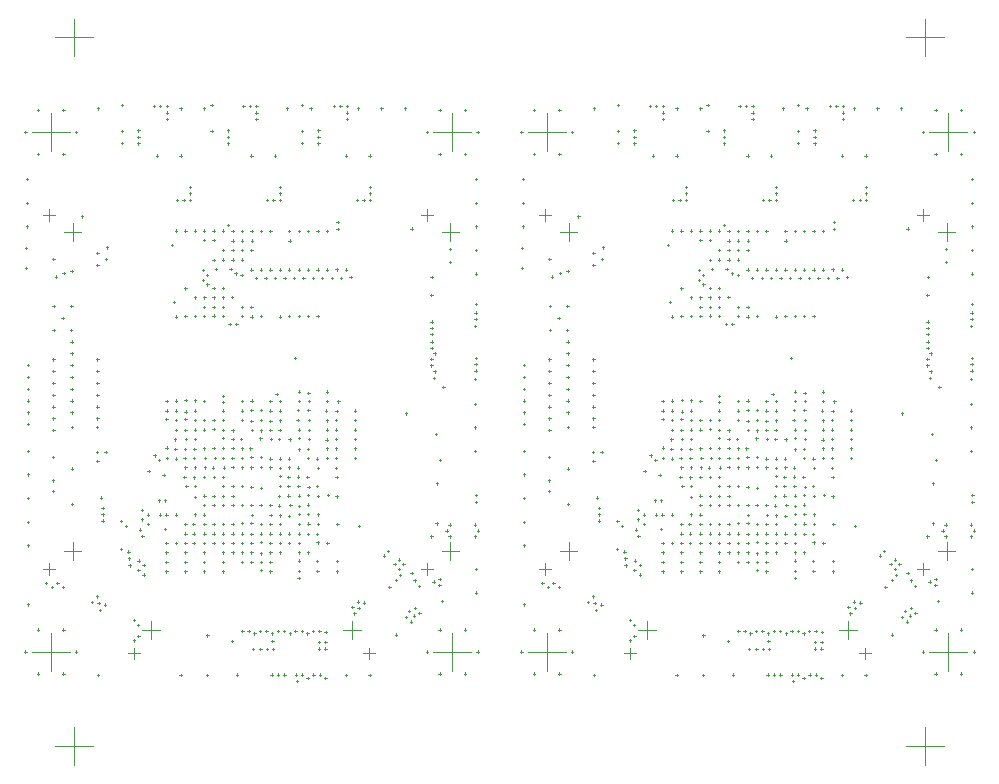
<source format=gbr>
G04*
G04 #@! TF.GenerationSoftware,Altium Limited,Altium Designer,22.4.2 (48)*
G04*
G04 Layer_Color=128*
%FSAX24Y24*%
%MOIN*%
G70*
G04*
G04 #@! TF.SameCoordinates,F7066761-1C42-41DA-97EA-36D59BDE51B8*
G04*
G04*
G04 #@! TF.FilePolarity,Positive*
G04*
G01*
G75*
%ADD68C,0.0020*%
D68*
X033622Y025591D02*
X034882D01*
X034252Y024961D02*
Y026220D01*
X033622Y001969D02*
X034882D01*
X034252Y001339D02*
Y002598D01*
X005276Y001969D02*
X006535D01*
X005906Y001339D02*
Y002598D01*
X005276Y025591D02*
X006535D01*
X005906Y024961D02*
Y026220D01*
X017874Y005118D02*
X019134D01*
X018504Y004488D02*
Y005748D01*
X004488Y005118D02*
X005748D01*
X005118Y004488D02*
Y005748D01*
X017874Y022441D02*
X019134D01*
X018504Y021811D02*
Y023071D01*
X004488Y022441D02*
X005748D01*
X005118Y021811D02*
Y023071D01*
X014862Y005846D02*
X015453D01*
X015157Y005551D02*
Y006142D01*
X015541Y005059D02*
X015935D01*
X015738Y004862D02*
Y005256D01*
X008169Y005846D02*
X008760D01*
X008465Y005551D02*
Y006142D01*
X007687Y005059D02*
X008081D01*
X007884Y004862D02*
Y005256D01*
X005551Y019094D02*
X006142D01*
X005846Y018799D02*
Y019390D01*
X004862Y019675D02*
X005256D01*
X005059Y019478D02*
Y019872D01*
X005551Y008465D02*
X006142D01*
X005846Y008169D02*
Y008760D01*
X004862Y007884D02*
X005256D01*
X005059Y007687D02*
Y008081D01*
X018150Y019094D02*
X018740D01*
X018445Y018799D02*
Y019390D01*
X017461Y019675D02*
X017854D01*
X017657Y019478D02*
Y019872D01*
X018150Y008465D02*
X018740D01*
X018445Y008169D02*
Y008760D01*
X017461Y007884D02*
X017854D01*
X017657Y007687D02*
Y008081D01*
X012696Y012205D02*
X012776D01*
X012736Y012165D02*
Y012245D01*
X013041Y012195D02*
X013121D01*
X013081Y012155D02*
Y012235D01*
X013228Y014911D02*
X013308D01*
X013268Y014871D02*
Y014951D01*
X009192Y016772D02*
X009272D01*
X009232Y016732D02*
Y016812D01*
X017873Y014459D02*
X017953D01*
X017913Y014419D02*
Y014499D01*
X017855Y014249D02*
X017935D01*
X017895Y014209D02*
Y014289D01*
X017106Y019222D02*
X017186D01*
X017146Y019182D02*
Y019262D01*
X018170Y013937D02*
X018250D01*
X018210Y013897D02*
Y013977D01*
X013986Y011240D02*
X014066D01*
X014026Y011200D02*
Y011280D01*
X014281Y011575D02*
X014361D01*
X014321Y011535D02*
Y011615D01*
X009881Y013494D02*
X009961D01*
X009921Y013454D02*
Y013534D01*
X009576Y013514D02*
X009656D01*
X009616Y013474D02*
Y013554D01*
X012066Y012224D02*
X012146D01*
X012106Y012184D02*
Y012264D01*
X011141Y012490D02*
X011221D01*
X011181Y012450D02*
Y012530D01*
X013661Y010020D02*
X013741D01*
X013701Y009980D02*
Y010060D01*
X013663Y009702D02*
X013743D01*
X013703Y009662D02*
Y009742D01*
X007667Y008455D02*
X007747D01*
X007707Y008415D02*
Y008495D01*
X007430Y009475D02*
X007510D01*
X007470Y009435D02*
Y009515D01*
X013690Y012844D02*
X013770D01*
X013730Y012804D02*
Y012884D01*
X013346Y012244D02*
X013426D01*
X013386Y012204D02*
Y012284D01*
X013346Y011860D02*
X013426D01*
X013386Y011820D02*
Y011900D01*
X013454Y023337D02*
X013534D01*
X013494Y023297D02*
Y023377D01*
X007460Y023337D02*
X007540D01*
X007500Y023297D02*
Y023377D01*
X010442Y023337D02*
X010522D01*
X010482Y023297D02*
Y023377D01*
X005157Y010463D02*
X005237D01*
X005197Y010423D02*
Y010503D01*
X009832Y009370D02*
X009912D01*
X009872Y009330D02*
Y009410D01*
X012086Y010581D02*
X012166D01*
X012126Y010541D02*
Y010621D01*
X007706Y007992D02*
X007786D01*
X007746Y007952D02*
Y008032D01*
X013306Y012844D02*
X013386D01*
X013346Y012804D02*
Y012884D01*
X009576Y013120D02*
X009656D01*
X009616Y013080D02*
Y013160D01*
X009261Y013150D02*
X009341D01*
X009301Y013110D02*
Y013190D01*
X017873Y015059D02*
X017953D01*
X017913Y015019D02*
Y015099D01*
X013984Y009693D02*
X014064D01*
X014024Y009653D02*
Y009733D01*
X013983Y009382D02*
X014063D01*
X014023Y009342D02*
Y009422D01*
X014606Y010295D02*
X014686D01*
X014646Y010255D02*
Y010335D01*
X014320Y010331D02*
X014400D01*
X014360Y010291D02*
Y010371D01*
X014616Y008130D02*
X014696D01*
X014656Y008090D02*
Y008170D01*
X013346Y007815D02*
X013426D01*
X013386Y007775D02*
Y007855D01*
X013956Y008130D02*
X014036D01*
X013996Y008090D02*
Y008170D01*
X013966Y007815D02*
X014046D01*
X014006Y007775D02*
Y007855D01*
X014616Y007795D02*
X014696D01*
X014656Y007755D02*
Y007835D01*
X013343Y007580D02*
X013423D01*
X013383Y007540D02*
Y007620D01*
X013346Y008150D02*
X013426D01*
X013386Y008110D02*
Y008190D01*
X011456Y008425D02*
X011536D01*
X011496Y008385D02*
Y008465D01*
X012716Y009370D02*
X012796D01*
X012756Y009330D02*
Y009410D01*
X013031Y008740D02*
X013111D01*
X013071Y008700D02*
Y008780D01*
X017106Y007736D02*
X017186D01*
X017146Y007696D02*
Y007776D01*
X018385Y018543D02*
X018465D01*
X018425Y018503D02*
Y018583D01*
X018385Y018100D02*
X018465D01*
X018425Y018060D02*
Y018140D01*
X014645Y019449D02*
X014725D01*
X014685Y019409D02*
Y019489D01*
X018051Y011506D02*
X018131D01*
X018091Y011466D02*
Y011546D01*
X017923Y012382D02*
X018003D01*
X017963Y012342D02*
Y012422D01*
X013362Y009702D02*
X013442D01*
X013402Y009662D02*
Y009742D01*
X006909Y011772D02*
X006989D01*
X006949Y011732D02*
Y011812D01*
X006131Y019626D02*
X006211D01*
X006171Y019586D02*
Y019666D01*
X018041Y007549D02*
X018121D01*
X018081Y007509D02*
Y007589D01*
X006633Y018012D02*
X006713D01*
X006673Y017972D02*
Y018052D01*
X006614Y011772D02*
X006694D01*
X006654Y011732D02*
Y011812D01*
X017617Y005118D02*
X017697D01*
X017657Y005078D02*
Y005158D01*
X018041Y004385D02*
X018121D01*
X018081Y004345D02*
Y004425D01*
X018887Y004385D02*
X018967D01*
X018927Y004345D02*
Y004425D01*
X019310Y005118D02*
X019390D01*
X019350Y005078D02*
Y005158D01*
X018887Y005851D02*
X018967D01*
X018927Y005811D02*
Y005891D01*
X018041Y005851D02*
X018121D01*
X018081Y005811D02*
Y005891D01*
X004232Y005118D02*
X004312D01*
X004272Y005078D02*
Y005158D01*
X004655Y004385D02*
X004735D01*
X004695Y004345D02*
Y004425D01*
X005501Y004385D02*
X005581D01*
X005541Y004345D02*
Y004425D01*
X005925Y005118D02*
X006005D01*
X005965Y005078D02*
Y005158D01*
X005501Y005851D02*
X005581D01*
X005541Y005811D02*
Y005891D01*
X004655Y005851D02*
X004735D01*
X004695Y005811D02*
Y005891D01*
X017617Y022441D02*
X017697D01*
X017657Y022401D02*
Y022481D01*
X018041Y021708D02*
X018121D01*
X018081Y021668D02*
Y021748D01*
X018887Y021708D02*
X018967D01*
X018927Y021668D02*
Y021748D01*
X019310Y022441D02*
X019390D01*
X019350Y022401D02*
Y022481D01*
X018887Y023174D02*
X018967D01*
X018927Y023134D02*
Y023214D01*
X018041Y023174D02*
X018121D01*
X018081Y023134D02*
Y023214D01*
X004655Y023174D02*
X004735D01*
X004695Y023134D02*
Y023214D01*
X005501Y023174D02*
X005581D01*
X005541Y023134D02*
Y023214D01*
X005925Y022441D02*
X006005D01*
X005965Y022401D02*
Y022481D01*
X005501Y021708D02*
X005581D01*
X005541Y021668D02*
Y021748D01*
X004655Y021708D02*
X004735D01*
X004695Y021668D02*
Y021748D01*
X004232Y022441D02*
X004312D01*
X004272Y022401D02*
Y022481D01*
X013287Y004144D02*
X013367D01*
X013327Y004104D02*
Y004184D01*
X019241Y016201D02*
X019322D01*
X019282Y016161D02*
Y016241D01*
X019241Y016420D02*
X019322D01*
X019282Y016380D02*
Y016460D01*
X019221Y015967D02*
X019301D01*
X019261Y015927D02*
Y016007D01*
X019243Y014698D02*
X019323D01*
X019283Y014658D02*
Y014738D01*
X019241Y014488D02*
X019322D01*
X019282Y014448D02*
Y014528D01*
X019222Y013376D02*
X019302D01*
X019262Y013336D02*
Y013416D01*
X019222Y012590D02*
X019302D01*
X019262Y012550D02*
Y012630D01*
X019222Y011801D02*
X019302D01*
X019262Y011761D02*
Y011841D01*
X011279Y004350D02*
X011359D01*
X011319Y004310D02*
Y004390D01*
X012440Y004350D02*
X012520D01*
X012480Y004310D02*
Y004390D01*
X013316Y010955D02*
X013396D01*
X013356Y010915D02*
Y010995D01*
X013636Y010941D02*
X013716D01*
X013676Y010901D02*
Y010981D01*
X013946Y010630D02*
X014026D01*
X013986Y010590D02*
Y010670D01*
X013676Y010616D02*
X013756D01*
X013716Y010576D02*
Y010656D01*
X012952Y023228D02*
X013032D01*
X012992Y023188D02*
Y023268D01*
X013740Y023228D02*
X013820D01*
X013780Y023188D02*
Y023268D01*
X016102Y023228D02*
X016182D01*
X016142Y023188D02*
Y023268D01*
X015314Y023228D02*
X015394D01*
X015354Y023188D02*
Y023268D01*
X015708Y021654D02*
X015788D01*
X015748Y021614D02*
Y021694D01*
X014921Y021654D02*
X015001D01*
X014961Y021614D02*
Y021694D01*
X012558Y021654D02*
X012638D01*
X012598Y021614D02*
Y021694D01*
X011771Y021654D02*
X011851D01*
X011811Y021614D02*
Y021694D01*
X009409Y021654D02*
X009489D01*
X009449Y021614D02*
Y021694D01*
X008621Y021654D02*
X008701D01*
X008661Y021614D02*
Y021694D01*
X010196Y023228D02*
X010276D01*
X010236Y023188D02*
Y023268D01*
X009409Y023228D02*
X009489D01*
X009449Y023188D02*
Y023268D01*
X006653Y004331D02*
X006733D01*
X006693Y004291D02*
Y004371D01*
X004320Y006693D02*
X004400D01*
X004360Y006653D02*
Y006733D01*
X004320Y008661D02*
X004400D01*
X004360Y008621D02*
Y008701D01*
X004320Y009449D02*
X004400D01*
X004360Y009409D02*
Y009489D01*
X004320Y010236D02*
X004400D01*
X004360Y010196D02*
Y010276D01*
X004320Y011024D02*
X004400D01*
X004360Y010984D02*
Y011064D01*
X005157Y011614D02*
X005237D01*
X005197Y011574D02*
Y011654D01*
X005157Y010827D02*
X005237D01*
X005197Y010787D02*
Y010867D01*
X004320Y011811D02*
X004400D01*
X004360Y011771D02*
Y011851D01*
X019251Y007874D02*
X019331D01*
X019291Y007834D02*
Y007914D01*
X019251Y007087D02*
X019331D01*
X019291Y007047D02*
Y007127D01*
X015708Y004331D02*
X015788D01*
X015748Y004291D02*
Y004371D01*
X014921Y004331D02*
X015001D01*
X014961Y004291D02*
Y004371D01*
X009409Y004331D02*
X009489D01*
X009449Y004291D02*
Y004371D01*
X019251Y017717D02*
X019331D01*
X019291Y017677D02*
Y017757D01*
X019251Y018504D02*
X019331D01*
X019291Y018464D02*
Y018544D01*
X019251Y019291D02*
X019331D01*
X019291Y019251D02*
Y019331D01*
X019251Y020079D02*
X019331D01*
X019291Y020039D02*
Y020119D01*
X019251Y020866D02*
X019331D01*
X019291Y020826D02*
Y020906D01*
X016889Y023228D02*
X016969D01*
X016929Y023188D02*
Y023268D01*
X006653Y023228D02*
X006733D01*
X006693Y023188D02*
Y023268D01*
X004291Y019291D02*
X004371D01*
X004331Y019251D02*
Y019331D01*
X004291Y020079D02*
X004371D01*
X004331Y020039D02*
Y020119D01*
X004291Y020866D02*
X004371D01*
X004331Y020826D02*
Y020906D01*
X011269Y016033D02*
X011349D01*
X011309Y015993D02*
Y016073D01*
X011044Y016032D02*
X011124D01*
X011084Y015992D02*
Y016072D01*
X010511Y016319D02*
X010591D01*
X010551Y016279D02*
Y016359D01*
X011131Y016939D02*
X011211D01*
X011171Y016899D02*
Y016979D01*
X013021Y011555D02*
X013101D01*
X013061Y011515D02*
Y011595D01*
X012608Y013711D02*
X012688D01*
X012648Y013671D02*
Y013751D01*
X016916Y013057D02*
X016996D01*
X016956Y013017D02*
Y013097D01*
X017775Y016119D02*
X017855D01*
X017815Y016079D02*
Y016159D01*
X017767Y016998D02*
X017847D01*
X017807Y016958D02*
Y017038D01*
X017776Y017600D02*
X017856D01*
X017816Y017560D02*
Y017640D01*
X013346Y013474D02*
X013426D01*
X013386Y013434D02*
Y013514D01*
X013661Y011870D02*
X013741D01*
X013701Y011830D02*
Y011910D01*
X013680Y012205D02*
X013760D01*
X013720Y012165D02*
Y012245D01*
X013651Y011575D02*
X013731D01*
X013691Y011535D02*
Y011615D01*
X013964Y011553D02*
X014044D01*
X014004Y011513D02*
Y011593D01*
X012706Y012515D02*
X012786D01*
X012746Y012475D02*
Y012555D01*
X012719Y012826D02*
X012799D01*
X012759Y012786D02*
Y012866D01*
X014669Y013462D02*
X014749D01*
X014709Y013422D02*
Y013502D01*
X014594Y012832D02*
X014674D01*
X014634Y012792D02*
Y012872D01*
X014607Y013145D02*
X014687D01*
X014647Y013105D02*
Y013185D01*
X015226Y012832D02*
X015306D01*
X015266Y012792D02*
Y012872D01*
X014594Y012517D02*
X014674D01*
X014634Y012477D02*
Y012557D01*
X015226Y012517D02*
X015306D01*
X015266Y012477D02*
Y012557D01*
X017767Y014871D02*
X017847D01*
X017807Y014831D02*
Y014911D01*
X017767Y014661D02*
X017847D01*
X017807Y014621D02*
Y014701D01*
X017772Y015246D02*
X017852D01*
X017812Y015206D02*
Y015286D01*
X017772Y015456D02*
X017852D01*
X017812Y015416D02*
Y015496D01*
X015078Y017611D02*
X015158D01*
X015118Y017571D02*
Y017651D01*
X008343Y011139D02*
X008423D01*
X008383Y011099D02*
Y011179D01*
X008839Y010999D02*
X008919D01*
X008879Y010959D02*
Y011039D01*
X009566Y011260D02*
X009646D01*
X009606Y011220D02*
Y011300D01*
X009534Y010942D02*
X009614D01*
X009574Y010902D02*
Y010982D01*
X009864Y010928D02*
X009944D01*
X009904Y010888D02*
Y010968D01*
X009886Y009690D02*
X009966D01*
X009926Y009650D02*
Y009730D01*
X009881Y010279D02*
X009961D01*
X009921Y010239D02*
Y010319D01*
X008129Y009843D02*
X008209D01*
X008169Y009803D02*
Y009883D01*
X009602Y010630D02*
X009682D01*
X009642Y010590D02*
Y010670D01*
X009881Y011260D02*
X009961D01*
X009921Y011220D02*
Y011300D01*
X009865Y011565D02*
X009945D01*
X009905Y011525D02*
Y011605D01*
X010231Y011575D02*
X010311D01*
X010271Y011535D02*
Y011615D01*
X009113Y018664D02*
X009193D01*
X009153Y018624D02*
Y018704D01*
X009254Y013484D02*
X009334D01*
X009294Y013444D02*
Y013524D01*
X008939Y013463D02*
X009019D01*
X008979Y013423D02*
Y013503D01*
X009540Y011567D02*
X009620D01*
X009580Y011527D02*
Y011607D01*
X017028Y006475D02*
X017108D01*
X017068Y006435D02*
Y006515D01*
X017180Y006317D02*
X017260D01*
X017220Y006277D02*
Y006357D01*
X016581Y007503D02*
X016661D01*
X016621Y007463D02*
Y007543D01*
X008685Y010157D02*
X008765D01*
X008725Y010117D02*
Y010197D01*
X008698Y011516D02*
X008778D01*
X008738Y011476D02*
Y011556D01*
X008543Y011661D02*
X008623D01*
X008583Y011621D02*
Y011701D01*
X008946Y011565D02*
X009026D01*
X008986Y011525D02*
Y011605D01*
X008943Y011917D02*
X009023D01*
X008983Y011877D02*
Y011957D01*
X008895Y010157D02*
X008975D01*
X008935Y010117D02*
Y010197D01*
X009254Y016289D02*
X009334D01*
X009294Y016249D02*
Y016329D01*
X011456Y016604D02*
X011536D01*
X011496Y016564D02*
Y016644D01*
X010510Y016925D02*
X010590D01*
X010550Y016885D02*
Y016965D01*
X010820Y016929D02*
X010900D01*
X010860Y016889D02*
Y016969D01*
X010826Y013648D02*
X010906D01*
X010866Y013608D02*
Y013688D01*
X010829Y013432D02*
X010909D01*
X010869Y013392D02*
Y013472D01*
X006633Y014862D02*
X006713D01*
X006673Y014822D02*
Y014902D01*
X006633Y014468D02*
X006713D01*
X006673Y014428D02*
Y014509D01*
X006633Y014075D02*
X006713D01*
X006673Y014035D02*
Y014115D01*
X006633Y013681D02*
X006713D01*
X006673Y013641D02*
Y013721D01*
X006633Y013287D02*
X006713D01*
X006673Y013247D02*
Y013327D01*
X006633Y012894D02*
X006713D01*
X006673Y012854D02*
Y012934D01*
X006631Y012608D02*
X006711D01*
X006671Y012568D02*
Y012648D01*
X006636Y011469D02*
X006716D01*
X006676Y011429D02*
Y011509D01*
X012086Y007830D02*
X012166D01*
X012126Y007790D02*
Y007870D01*
X011771Y008110D02*
X011851D01*
X011811Y008070D02*
Y008150D01*
X008895Y009213D02*
X008975D01*
X008935Y009173D02*
Y009253D01*
X014005Y022490D02*
X014085D01*
X014045Y022450D02*
Y022530D01*
X014005Y022274D02*
X014085D01*
X014045Y022234D02*
Y022314D01*
X014005Y022057D02*
X014085D01*
X014045Y022017D02*
Y022097D01*
X010993Y022490D02*
X011073D01*
X011033Y022450D02*
Y022530D01*
X010993Y022274D02*
X011073D01*
X011033Y022234D02*
Y022314D01*
X010993Y022057D02*
X011073D01*
X011033Y022017D02*
Y022097D01*
X008001Y022057D02*
X008081D01*
X008041Y022017D02*
Y022097D01*
X008001Y022274D02*
X008081D01*
X008041Y022234D02*
Y022314D01*
X008001Y022490D02*
X008081D01*
X008041Y022450D02*
Y022530D01*
X008178Y007687D02*
X008259D01*
X008219Y007647D02*
Y007727D01*
X008178Y008002D02*
X008259D01*
X008219Y007962D02*
Y008042D01*
X008001Y007844D02*
X008081D01*
X008041Y007804D02*
Y007884D01*
X008011Y008150D02*
X008091D01*
X008051Y008110D02*
Y008190D01*
X007698Y008228D02*
X007778D01*
X007738Y008188D02*
Y008268D01*
X007423Y008536D02*
X007503D01*
X007463Y008496D02*
Y008576D01*
X013454Y022470D02*
X013534D01*
X013494Y022430D02*
Y022510D01*
X013454Y022077D02*
X013534D01*
X013494Y022037D02*
Y022117D01*
X010442Y022470D02*
X010522D01*
X010482Y022430D02*
Y022510D01*
X007450Y022077D02*
X007530D01*
X007490Y022037D02*
Y022117D01*
X007450Y022470D02*
X007530D01*
X007490Y022430D02*
Y022510D01*
X011456Y011572D02*
X011536D01*
X011496Y011532D02*
Y011612D01*
X011456Y011260D02*
X011536D01*
X011496Y011220D02*
Y011300D01*
X012401Y011555D02*
X012481D01*
X012441Y011515D02*
Y011595D01*
X012716Y011555D02*
X012796D01*
X012756Y011515D02*
Y011595D01*
X012716Y011240D02*
X012796D01*
X012756Y011200D02*
Y011280D01*
X012096Y011270D02*
X012176D01*
X012136Y011230D02*
Y011310D01*
X008935Y009684D02*
X009015D01*
X008975Y009644D02*
Y009724D01*
X006919Y018209D02*
X006999D01*
X006959Y018169D02*
Y018249D01*
X007581Y009313D02*
X007661D01*
X007621Y009273D02*
Y009353D01*
X014950Y023083D02*
X015030D01*
X014990Y023043D02*
Y023123D01*
X014950Y023297D02*
X015030D01*
X014990Y023257D02*
Y023337D01*
X014734Y023297D02*
X014814D01*
X014774Y023257D02*
Y023337D01*
X014517Y023297D02*
X014597D01*
X014557Y023257D02*
Y023337D01*
X014950Y022873D02*
X015030D01*
X014990Y022833D02*
Y022913D01*
X011938Y023083D02*
X012018D01*
X011978Y023043D02*
Y023123D01*
X011938Y023297D02*
X012018D01*
X011978Y023257D02*
Y023337D01*
X011722Y023297D02*
X011802D01*
X011762Y023257D02*
Y023337D01*
X011505Y023297D02*
X011585D01*
X011545Y023257D02*
Y023337D01*
X011938Y022873D02*
X012018D01*
X011978Y022833D02*
Y022913D01*
X008946Y023083D02*
X009026D01*
X008986Y023043D02*
Y023123D01*
X008946Y023297D02*
X009026D01*
X008986Y023257D02*
Y023337D01*
X008730Y023297D02*
X008810D01*
X008770Y023257D02*
Y023337D01*
X008513Y023297D02*
X008593D01*
X008553Y023257D02*
Y023337D01*
X008946Y022873D02*
X009026D01*
X008986Y022833D02*
Y022913D01*
X011771Y010600D02*
X011851D01*
X011811Y010560D02*
Y010640D01*
X015728Y020392D02*
X015808D01*
X015768Y020352D02*
Y020432D01*
X015728Y020177D02*
X015808D01*
X015768Y020137D02*
Y020217D01*
X015511Y020177D02*
X015591D01*
X015551Y020137D02*
Y020217D01*
X015295Y020177D02*
X015375D01*
X015335Y020137D02*
Y020217D01*
X015728Y020602D02*
X015808D01*
X015768Y020562D02*
Y020642D01*
X012716Y020392D02*
X012796D01*
X012756Y020352D02*
Y020432D01*
X012716Y020177D02*
X012796D01*
X012756Y020137D02*
Y020217D01*
X012499Y020177D02*
X012579D01*
X012539Y020137D02*
Y020217D01*
X012283Y020177D02*
X012363D01*
X012323Y020137D02*
Y020217D01*
X012716Y020602D02*
X012796D01*
X012756Y020562D02*
Y020642D01*
X009724Y020602D02*
X009804D01*
X009764Y020562D02*
Y020642D01*
X009291Y020177D02*
X009371D01*
X009331Y020137D02*
Y020217D01*
X009507Y020177D02*
X009587D01*
X009547Y020137D02*
Y020217D01*
X009724Y020177D02*
X009804D01*
X009764Y020137D02*
Y020217D01*
X009724Y020392D02*
X009804D01*
X009764Y020352D02*
Y020432D01*
X013346Y009964D02*
X013426D01*
X013386Y009924D02*
Y010004D01*
X013067Y010000D02*
X013147D01*
X013107Y009960D02*
Y010040D01*
X013346Y010320D02*
X013426D01*
X013386Y010280D02*
Y010360D01*
X012694Y009988D02*
X012774D01*
X012734Y009948D02*
Y010028D01*
X012680Y010315D02*
X012760D01*
X012720Y010275D02*
Y010355D01*
X013667Y009384D02*
X013747D01*
X013707Y009344D02*
Y009424D01*
X010493Y011255D02*
X010573D01*
X010533Y011215D02*
Y011295D01*
X010514Y010940D02*
X010594D01*
X010554Y010900D02*
Y010980D01*
X012716Y010981D02*
X012796D01*
X012756Y010941D02*
Y011021D01*
X011141Y011900D02*
X011221D01*
X011181Y011860D02*
Y011940D01*
X011136Y011565D02*
X011216D01*
X011176Y011525D02*
Y011605D01*
X011456Y010630D02*
X011536D01*
X011496Y010590D02*
Y010670D01*
X011141Y010315D02*
X011221D01*
X011181Y010275D02*
Y010355D01*
X011141Y010630D02*
X011221D01*
X011181Y010590D02*
Y010670D01*
X011141Y011280D02*
X011221D01*
X011181Y011240D02*
Y011320D01*
X010821Y010000D02*
X010901D01*
X010861Y009960D02*
Y010040D01*
X010826Y010315D02*
X010906D01*
X010866Y010275D02*
Y010355D01*
X011766Y011604D02*
X011846D01*
X011806Y011564D02*
Y011644D01*
X012088Y011609D02*
X012168D01*
X012127Y011569D02*
Y011649D01*
X011735Y011890D02*
X011815D01*
X011775Y011850D02*
Y011930D01*
X010196Y010945D02*
X010276D01*
X010236Y010905D02*
Y010985D01*
X010856Y011255D02*
X010936D01*
X010896Y011215D02*
Y011295D01*
X012421Y012215D02*
X012501D01*
X012461Y012175D02*
Y012255D01*
X014281Y011890D02*
X014361D01*
X014321Y011850D02*
Y011930D01*
X014274Y012188D02*
X014354D01*
X014314Y012148D02*
Y012228D01*
X014596Y012205D02*
X014676D01*
X014636Y012165D02*
Y012245D01*
X014283Y012520D02*
X014363D01*
X014323Y012480D02*
Y012560D01*
X014259Y013150D02*
X014339D01*
X014299Y013110D02*
Y013190D01*
X011795Y009675D02*
X011875D01*
X011835Y009635D02*
Y009715D01*
X010196Y009685D02*
X010276D01*
X010236Y009645D02*
Y009725D01*
X012723Y009658D02*
X012803D01*
X012763Y009618D02*
Y009698D01*
X012411Y009665D02*
X012491D01*
X012451Y009625D02*
Y009705D01*
X013001Y010320D02*
X013081D01*
X013041Y010280D02*
Y010360D01*
X013031Y009649D02*
X013111D01*
X013071Y009609D02*
Y009689D01*
X012074Y010005D02*
X012154D01*
X012114Y009965D02*
Y010045D01*
X010201Y009369D02*
X010281D01*
X010241Y009329D02*
Y009409D01*
X010511Y009370D02*
X010591D01*
X010551Y009330D02*
Y009410D01*
X009845Y009055D02*
X009925D01*
X009885Y009015D02*
Y009095D01*
X010511Y009055D02*
X010591D01*
X010551Y009015D02*
Y009095D01*
X010201Y010320D02*
X010281D01*
X010241Y010280D02*
Y010360D01*
X009251Y008740D02*
X009331D01*
X009291Y008700D02*
Y008780D01*
X009845Y008740D02*
X009925D01*
X009885Y008700D02*
Y008780D01*
X010511Y010000D02*
X010591D01*
X010551Y009960D02*
Y010040D01*
X010201Y009055D02*
X010281D01*
X010241Y009015D02*
Y009095D01*
X010826Y009055D02*
X010906D01*
X010866Y009015D02*
Y009095D01*
X010196Y008425D02*
X010276D01*
X010236Y008385D02*
Y008465D01*
X010196Y008740D02*
X010276D01*
X010236Y008700D02*
Y008780D01*
X009566Y009055D02*
X009646D01*
X009606Y009015D02*
Y009095D01*
X010547Y011575D02*
X010627D01*
X010587Y011535D02*
Y011615D01*
X010826Y010945D02*
X010906D01*
X010866Y010905D02*
Y010985D01*
X013327Y013164D02*
X013407D01*
X013367Y013124D02*
Y013204D01*
X013668Y013177D02*
X013748D01*
X013708Y013137D02*
Y013217D01*
X013671Y013740D02*
X013751D01*
X013711Y013700D02*
Y013780D01*
X014645Y019213D02*
X014725D01*
X014685Y019173D02*
Y019253D01*
X011772Y013489D02*
X011852D01*
X011812Y013449D02*
Y013529D01*
X017767Y008957D02*
X017847D01*
X017807Y008917D02*
Y008997D01*
X017944Y009392D02*
X018024D01*
X017984Y009352D02*
Y009432D01*
X017962Y010728D02*
X018042D01*
X018002Y010688D02*
Y010768D01*
X019221Y014203D02*
X019301D01*
X019261Y014163D02*
Y014243D01*
X019261Y014911D02*
X019341D01*
X019301Y014871D02*
Y014951D01*
X019261Y016703D02*
X019341D01*
X019301Y016663D02*
Y016743D01*
X011127Y005478D02*
X011207D01*
X011167Y005438D02*
Y005518D01*
X010295Y004331D02*
X010375D01*
X010335Y004291D02*
Y004371D01*
X011825Y005208D02*
X011905D01*
X011865Y005168D02*
Y005248D01*
X010302Y005657D02*
X010382D01*
X010342Y005617D02*
Y005697D01*
X005255Y017618D02*
X005335D01*
X005295Y017578D02*
Y017658D01*
X005169Y018209D02*
X005249D01*
X005209Y018169D02*
Y018249D01*
X017843Y007451D02*
X017923D01*
X017883Y007411D02*
Y007491D01*
X018036Y007338D02*
X018116D01*
X018076Y007298D02*
Y007378D01*
X018119Y006811D02*
X018199D01*
X018159Y006771D02*
Y006851D01*
X016367Y007274D02*
X016447D01*
X016407Y007234D02*
Y007314D01*
X015201Y006395D02*
X015281D01*
X015241Y006355D02*
Y006435D01*
X005472Y016230D02*
X005552D01*
X005512Y016190D02*
Y016270D01*
X005757Y015846D02*
X005837D01*
X005797Y015806D02*
Y015886D01*
X005177Y015846D02*
X005257D01*
X005217Y015806D02*
Y015886D01*
X005177Y016634D02*
X005257D01*
X005217Y016594D02*
Y016674D01*
X005767Y016634D02*
X005847D01*
X005807Y016594D02*
Y016674D01*
X008002Y005639D02*
X008082D01*
X008042Y005599D02*
Y005679D01*
X007854Y005491D02*
X007934D01*
X007894Y005451D02*
Y005531D01*
X005117Y007264D02*
X005197D01*
X005157Y007224D02*
Y007304D01*
X005482Y007264D02*
X005562D01*
X005522Y007224D02*
Y007304D01*
X004930Y007402D02*
X005010D01*
X004970Y007362D02*
Y007442D01*
X005302Y007402D02*
X005382D01*
X005342Y007362D02*
Y007442D01*
X014238Y005438D02*
X014318D01*
X014278Y005398D02*
Y005478D01*
X014025Y005433D02*
X014105D01*
X014065Y005393D02*
Y005473D01*
X014025Y005217D02*
X014105D01*
X014065Y005177D02*
Y005257D01*
X014235Y005217D02*
X014315D01*
X014275Y005177D02*
Y005257D01*
X014245Y005776D02*
X014325D01*
X014285Y005736D02*
Y005816D01*
X012470Y005472D02*
X012550D01*
X012510Y005432D02*
Y005512D01*
X017214Y006575D02*
X017294D01*
X017254Y006535D02*
Y006615D01*
X016919Y006280D02*
X016999D01*
X016959Y006240D02*
Y006320D01*
X017096Y006122D02*
X017176D01*
X017136Y006082D02*
Y006162D01*
X017367Y006413D02*
X017447D01*
X017407Y006373D02*
Y006453D01*
X016584Y005689D02*
X016664D01*
X016624Y005649D02*
Y005729D01*
X016835Y008032D02*
X016915D01*
X016875Y007992D02*
Y008072D01*
X016689Y008183D02*
X016769D01*
X016729Y008143D02*
Y008223D01*
X016325Y008472D02*
X016405D01*
X016365Y008432D02*
Y008512D01*
X016722Y007667D02*
X016802D01*
X016762Y007627D02*
Y007707D01*
X016688Y007881D02*
X016768D01*
X016728Y007841D02*
Y007921D01*
X016540Y008034D02*
X016620D01*
X016580Y007994D02*
Y008074D01*
X016181Y008319D02*
X016261D01*
X016221Y008279D02*
Y008359D01*
X007852Y006167D02*
X007932D01*
X007892Y006127D02*
Y006207D01*
X007992Y006004D02*
X008072D01*
X008032Y005964D02*
Y006044D01*
X006673Y006732D02*
X006753D01*
X006713Y006692D02*
Y006772D01*
X006898Y006684D02*
X006978D01*
X006938Y006644D02*
Y006724D01*
X006722Y006508D02*
X006802D01*
X006762Y006468D02*
Y006548D01*
X006625Y006958D02*
X006705D01*
X006665Y006918D02*
Y006998D01*
X006448Y006782D02*
X006528D01*
X006488Y006742D02*
Y006822D01*
X010511Y008740D02*
X010591D01*
X010551Y008700D02*
Y008780D01*
X010826Y008110D02*
X010906D01*
X010866Y008070D02*
Y008150D01*
X010826Y007795D02*
X010906D01*
X010866Y007755D02*
Y007835D01*
X009566Y009370D02*
X009646D01*
X009606Y009330D02*
Y009410D01*
X013333Y010630D02*
X013413D01*
X013373Y010590D02*
Y010670D01*
X012999Y010631D02*
X013079D01*
X013039Y010591D02*
Y010671D01*
X013326Y011250D02*
X013406D01*
X013366Y011210D02*
Y011290D01*
X013031Y011260D02*
X013111D01*
X013071Y011220D02*
Y011300D01*
X013001Y010945D02*
X013081D01*
X013041Y010905D02*
Y010985D01*
X017211Y007490D02*
X017291D01*
X017251Y007450D02*
Y007530D01*
X017362Y007303D02*
X017442D01*
X017402Y007263D02*
Y007343D01*
X011445Y017665D02*
X011525D01*
X011485Y017625D02*
Y017705D01*
X011245Y017729D02*
X011325D01*
X011285Y017689D02*
Y017769D01*
X011771Y016614D02*
X011851D01*
X011811Y016574D02*
Y016654D01*
X012086Y008393D02*
X012166D01*
X012126Y008353D02*
Y008433D01*
X012084Y008768D02*
X012164D01*
X012124Y008728D02*
Y008808D01*
X011771Y009037D02*
X011851D01*
X011811Y008997D02*
Y009077D01*
X011456Y009400D02*
X011536D01*
X011496Y009360D02*
Y009440D01*
X011771Y009400D02*
X011851D01*
X011811Y009360D02*
Y009440D01*
X015354Y009311D02*
X015434D01*
X015394Y009271D02*
Y009351D01*
X010984Y019331D02*
X011064D01*
X011024Y019291D02*
Y019371D01*
X010826Y019154D02*
X010906D01*
X010866Y019114D02*
Y019194D01*
X010511Y018839D02*
X010591D01*
X010551Y018799D02*
Y018879D01*
X010196Y018831D02*
X010276D01*
X010236Y018791D02*
Y018871D01*
X010196Y019151D02*
X010276D01*
X010236Y019111D02*
Y019191D01*
X010511Y019154D02*
X010591D01*
X010551Y019114D02*
Y019194D01*
X009251Y019154D02*
X009331D01*
X009291Y019114D02*
Y019194D01*
X013683Y012516D02*
X013763D01*
X013723Y012476D02*
Y012556D01*
X009232Y011882D02*
X009312D01*
X009272Y011841D02*
Y011921D01*
X009562Y011877D02*
X009642D01*
X009602Y011837D02*
Y011917D01*
X009869Y011882D02*
X009949D01*
X009909Y011842D02*
Y011922D01*
X010219Y011258D02*
X010299D01*
X010259Y011218D02*
Y011298D01*
X009231Y012195D02*
X009311D01*
X009271Y012155D02*
Y012235D01*
X009593Y012197D02*
X009673D01*
X009633Y012157D02*
Y012237D01*
X011771Y012815D02*
X011851D01*
X011811Y012775D02*
Y012855D01*
X012086Y012844D02*
X012166D01*
X012126Y012804D02*
Y012884D01*
X011456Y012835D02*
X011536D01*
X011496Y012795D02*
Y012875D01*
X006810Y009485D02*
X006890D01*
X006850Y009445D02*
Y009525D01*
X006810Y009695D02*
X006890D01*
X006850Y009655D02*
Y009735D01*
X009251Y012844D02*
X009331D01*
X009291Y012804D02*
Y012884D01*
X014281Y012825D02*
X014361D01*
X014321Y012785D02*
Y012865D01*
X014921Y017854D02*
X015001D01*
X014961Y017814D02*
Y017894D01*
X014763Y017579D02*
X014843D01*
X014803Y017539D02*
Y017619D01*
X014606Y017858D02*
X014686D01*
X014646Y017818D02*
Y017898D01*
X014448Y017579D02*
X014528D01*
X014488Y017539D02*
Y017619D01*
X014291Y017854D02*
X014371D01*
X014331Y017814D02*
Y017894D01*
X014131Y017578D02*
X014211D01*
X014171Y017538D02*
Y017618D01*
X013976Y017854D02*
X014056D01*
X014016Y017814D02*
Y017894D01*
X013818Y017579D02*
X013898D01*
X013858Y017539D02*
Y017619D01*
X013661Y017854D02*
X013741D01*
X013701Y017814D02*
Y017894D01*
X013503Y017579D02*
X013583D01*
X013543Y017539D02*
Y017619D01*
X013346Y017854D02*
X013426D01*
X013386Y017814D02*
Y017894D01*
X013189Y017578D02*
X013269D01*
X013229Y017538D02*
Y017618D01*
X013031Y017854D02*
X013111D01*
X013071Y017814D02*
Y017894D01*
X012873Y017579D02*
X012953D01*
X012913Y017539D02*
Y017619D01*
X012558Y017579D02*
X012638D01*
X012598Y017539D02*
Y017619D01*
X012716Y017854D02*
X012796D01*
X012756Y017814D02*
Y017894D01*
X012401Y017854D02*
X012481D01*
X012441Y017814D02*
Y017894D01*
X012243Y017579D02*
X012323D01*
X012283Y017539D02*
Y017619D01*
X012086Y017854D02*
X012166D01*
X012126Y017814D02*
Y017894D01*
X011929Y017578D02*
X012009D01*
X011969Y017538D02*
Y017618D01*
X018274Y009154D02*
X018354D01*
X018314Y009114D02*
Y009194D01*
X019323Y009154D02*
X019403D01*
X019363Y009114D02*
Y009194D01*
X019263Y010115D02*
X019343D01*
X019303Y010075D02*
Y010155D01*
X019264Y010344D02*
X019344D01*
X019304Y010304D02*
Y010384D01*
X019224Y009350D02*
X019304D01*
X019264Y009310D02*
Y009390D01*
X019224Y008957D02*
X019304D01*
X019264Y008917D02*
Y008997D01*
X018373Y009350D02*
X018453D01*
X018413Y009310D02*
Y009390D01*
X018373Y008957D02*
X018453D01*
X018413Y008917D02*
Y008997D01*
X015315Y006783D02*
X015395D01*
X015355Y006743D02*
Y006823D01*
X015136Y006604D02*
X015216D01*
X015176Y006564D02*
Y006644D01*
X015344Y006575D02*
X015424D01*
X015384Y006535D02*
Y006615D01*
X015531Y006752D02*
X015611D01*
X015571Y006712D02*
Y006792D01*
X004261Y018573D02*
X004341D01*
X004301Y018533D02*
Y018613D01*
X004257Y017913D02*
X004337D01*
X004297Y017873D02*
Y017953D01*
X005775Y017815D02*
X005855D01*
X005815Y017775D02*
Y017855D01*
X008060Y009189D02*
X008140D01*
X008100Y009149D02*
Y009229D01*
X008135Y008976D02*
X008215D01*
X008175Y008936D02*
Y009016D01*
X008326Y009380D02*
X008406D01*
X008366Y009340D02*
Y009420D01*
X008119Y009528D02*
X008199D01*
X008159Y009488D02*
Y009568D01*
X008326Y009685D02*
X008406D01*
X008366Y009645D02*
Y009725D01*
X006810Y009911D02*
X006890D01*
X006850Y009871D02*
Y009951D01*
X005779Y010030D02*
X005859D01*
X005819Y009990D02*
Y010070D01*
X005787Y011217D02*
X005867D01*
X005827Y011177D02*
Y011257D01*
X005511Y017744D02*
X005591D01*
X005551Y017704D02*
Y017784D01*
X005775Y013091D02*
X005855D01*
X005815Y013051D02*
Y013131D01*
X006753Y010256D02*
X006833D01*
X006793Y010216D02*
Y010296D01*
X008720Y009685D02*
X008800D01*
X008760Y009645D02*
Y009725D01*
X012401Y012815D02*
X012481D01*
X012441Y012775D02*
Y012855D01*
X011456Y011890D02*
X011536D01*
X011496Y011850D02*
Y011930D01*
X011427Y012205D02*
X011507D01*
X011467Y012165D02*
Y012245D01*
X011771Y013179D02*
X011851D01*
X011811Y013139D02*
Y013219D01*
X012401Y012500D02*
X012481D01*
X012441Y012460D02*
Y012540D01*
X011781Y012500D02*
X011861D01*
X011821Y012460D02*
Y012540D01*
X006948Y018593D02*
X007028D01*
X006988Y018553D02*
Y018633D01*
X006633Y018406D02*
X006713D01*
X006673Y018366D02*
Y018446D01*
X005775Y015453D02*
X005855D01*
X005815Y015413D02*
Y015493D01*
X005169Y014862D02*
X005249D01*
X005209Y014822D02*
Y014902D01*
X005789Y012599D02*
X005869D01*
X005829Y012559D02*
Y012639D01*
X013346Y009380D02*
X013426D01*
X013386Y009340D02*
Y009420D01*
X012086Y008110D02*
X012166D01*
X012126Y008070D02*
Y008150D01*
X012401Y008110D02*
X012481D01*
X012441Y008070D02*
Y008150D01*
X011456Y008110D02*
X011536D01*
X011496Y008070D02*
Y008150D01*
X011141Y008425D02*
X011221D01*
X011181Y008385D02*
Y008465D01*
X012083Y013169D02*
X012163D01*
X012124Y013129D02*
Y013209D01*
X012086Y012490D02*
X012166D01*
X012126Y012450D02*
Y012530D01*
X012401Y013150D02*
X012481D01*
X012441Y013110D02*
Y013190D01*
X011141Y012205D02*
X011221D01*
X011181Y012165D02*
Y012245D01*
X012716Y016289D02*
X012796D01*
X012756Y016249D02*
Y016329D01*
X013041Y018819D02*
X013121D01*
X013081Y018779D02*
Y018859D01*
X011774Y019142D02*
X011854D01*
X011814Y019102D02*
Y019182D01*
X011774Y016289D02*
X011854D01*
X011814Y016249D02*
Y016329D01*
X010196Y010000D02*
X010276D01*
X010236Y009960D02*
Y010040D01*
X014596Y011575D02*
X014676D01*
X014636Y011535D02*
Y011615D01*
X013346Y012520D02*
X013426D01*
X013386Y012480D02*
Y012560D01*
X014596Y011890D02*
X014676D01*
X014636Y011850D02*
Y011930D01*
X011771Y017854D02*
X011851D01*
X011811Y017814D02*
Y017894D01*
X010826Y012500D02*
X010906D01*
X010866Y012460D02*
Y012540D01*
X010830Y012232D02*
X010910D01*
X010870Y012192D02*
Y012272D01*
X010826Y018189D02*
X010906D01*
X010866Y018149D02*
Y018229D01*
X011141Y018189D02*
X011221D01*
X011181Y018149D02*
Y018229D01*
X008943Y013153D02*
X009023D01*
X008983Y013113D02*
Y013193D01*
X010301Y017362D02*
X010381D01*
X010341Y017322D02*
Y017402D01*
X010155Y017515D02*
X010235D01*
X010195Y017475D02*
Y017555D01*
X010826Y012835D02*
X010906D01*
X010866Y012795D02*
Y012875D01*
X010511Y017244D02*
X010591D01*
X010551Y017204D02*
Y017284D01*
X010826Y011900D02*
X010906D01*
X010866Y011860D02*
Y011940D01*
X011456Y013465D02*
X011536D01*
X011496Y013425D02*
Y013505D01*
X010196Y013465D02*
X010276D01*
X010236Y013425D02*
Y013505D01*
X010511Y011900D02*
X010591D01*
X010551Y011860D02*
Y011940D01*
X011456Y013150D02*
X011536D01*
X011496Y013110D02*
Y013190D01*
X010511Y012835D02*
X010591D01*
X010551Y012795D02*
Y012875D01*
X010826Y013150D02*
X010906D01*
X010866Y013110D02*
Y013190D01*
X011072Y017864D02*
X011152D01*
X011112Y017824D02*
Y017904D01*
X011141Y018819D02*
X011221D01*
X011181Y018779D02*
Y018859D01*
X010196Y012520D02*
X010276D01*
X010236Y012480D02*
Y012560D01*
X010590Y017864D02*
X010670D01*
X010630Y017824D02*
Y017904D01*
X011456Y018189D02*
X011536D01*
X011496Y018149D02*
Y018229D01*
X009566Y012864D02*
X009646D01*
X009606Y012824D02*
Y012904D01*
X010826Y016614D02*
X010906D01*
X010866Y016574D02*
Y016654D01*
X010196Y012835D02*
X010276D01*
X010236Y012795D02*
Y012875D01*
X009881Y012520D02*
X009961D01*
X009921Y012480D02*
Y012560D01*
X010826Y017244D02*
X010906D01*
X010866Y017204D02*
Y017284D01*
X009881Y012835D02*
X009961D01*
X009921Y012795D02*
Y012875D01*
X010511Y018179D02*
X010591D01*
X010551Y018139D02*
Y018219D01*
X009881Y010630D02*
X009961D01*
X009921Y010590D02*
Y010670D01*
X011771Y018504D02*
X011851D01*
X011811Y018464D02*
Y018544D01*
X010295Y017677D02*
X010375D01*
X010335Y017637D02*
Y017717D01*
X011781Y018819D02*
X011861D01*
X011821Y018779D02*
Y018859D01*
X010147Y017835D02*
X010227D01*
X010187Y017795D02*
Y017875D01*
X011141Y018504D02*
X011221D01*
X011181Y018464D02*
Y018544D01*
X009251Y012510D02*
X009331D01*
X009291Y012470D02*
Y012550D01*
X010826Y018504D02*
X010906D01*
X010866Y018464D02*
Y018544D01*
X009251Y011555D02*
X009331D01*
X009291Y011515D02*
Y011595D01*
X009881Y012205D02*
X009961D01*
X009921Y012165D02*
Y012245D01*
X012402Y013469D02*
X012482D01*
X012442Y013429D02*
Y013509D01*
X013346Y013789D02*
X013426D01*
X013386Y013749D02*
Y013829D01*
X013681Y013465D02*
X013761D01*
X013721Y013425D02*
Y013505D01*
X015226Y013150D02*
X015306D01*
X015266Y013110D02*
Y013190D01*
X012716Y013465D02*
X012796D01*
X012756Y013425D02*
Y013505D01*
X014281Y013474D02*
X014361D01*
X014321Y013434D02*
Y013514D01*
X014596Y011240D02*
X014676D01*
X014636Y011200D02*
Y011280D01*
X012716Y013150D02*
X012796D01*
X012756Y013110D02*
Y013190D01*
X014291Y013784D02*
X014371D01*
X014331Y013744D02*
Y013824D01*
X015226Y011575D02*
X015306D01*
X015266Y011535D02*
Y011615D01*
X015226Y012205D02*
X015306D01*
X015266Y012165D02*
Y012245D01*
X015226Y011890D02*
X015306D01*
X015266Y011850D02*
Y011930D01*
X013651Y010335D02*
X013731D01*
X013691Y010295D02*
Y010375D01*
X012056Y005815D02*
X012136D01*
X012096Y005775D02*
Y005855D01*
X012266Y005815D02*
X012346D01*
X012306Y005775D02*
Y005855D01*
X012647Y005815D02*
X012727D01*
X012687Y005775D02*
Y005855D01*
X012857Y005815D02*
X012937D01*
X012897Y005775D02*
Y005855D01*
X013238Y005815D02*
X013318D01*
X013278Y005775D02*
Y005855D01*
X013448Y005815D02*
X013528D01*
X013488Y005775D02*
Y005855D01*
X013828Y005815D02*
X013908D01*
X013868Y005775D02*
Y005855D01*
X014038Y005815D02*
X014118D01*
X014078Y005775D02*
Y005855D01*
X010826Y008740D02*
X010906D01*
X010866Y008700D02*
Y008780D01*
X012069Y005211D02*
X012149D01*
X012109Y005171D02*
Y005251D01*
X010826Y008425D02*
X010906D01*
X010866Y008385D02*
Y008465D01*
X012279Y005211D02*
X012359D01*
X012319Y005171D02*
Y005251D01*
X009566Y008740D02*
X009646D01*
X009606Y008700D02*
Y008780D01*
X012657Y004350D02*
X012737D01*
X012697Y004310D02*
Y004390D01*
X009566Y008425D02*
X009646D01*
X009606Y008385D02*
Y008465D01*
X012867Y004350D02*
X012947D01*
X012907Y004310D02*
Y004390D01*
X008936Y008740D02*
X009016D01*
X008976Y008700D02*
Y008780D01*
X013247Y004350D02*
X013327D01*
X013287Y004310D02*
Y004390D01*
X008936Y008425D02*
X009016D01*
X008976Y008385D02*
Y008465D01*
X013457Y004350D02*
X013537D01*
X013497Y004310D02*
Y004390D01*
X013838Y004350D02*
X013918D01*
X013878Y004310D02*
Y004390D01*
X014048Y004350D02*
X014128D01*
X014088Y004310D02*
Y004390D01*
X011466Y005815D02*
X011546D01*
X011506Y005775D02*
Y005855D01*
X011676Y005815D02*
X011756D01*
X011716Y005775D02*
Y005855D01*
X013031Y016299D02*
X013111D01*
X013071Y016259D02*
Y016339D01*
X013661Y019134D02*
X013741D01*
X013701Y019094D02*
Y019174D01*
X013031Y019134D02*
X013111D01*
X013071Y019094D02*
Y019174D01*
X014291Y019134D02*
X014371D01*
X014331Y019094D02*
Y019174D01*
X013976Y016299D02*
X014056D01*
X014016Y016259D02*
Y016339D01*
X014606Y010945D02*
X014686D01*
X014646Y010905D02*
Y010985D01*
X014300Y008746D02*
X014380D01*
X014340Y008706D02*
Y008786D01*
X014232Y004242D02*
X014312D01*
X014272Y004202D02*
Y004282D01*
X013638Y005725D02*
X013718D01*
X013678Y005685D02*
Y005765D01*
X013641Y004242D02*
X013721D01*
X013681Y004202D02*
Y004282D01*
X012716Y009055D02*
X012796D01*
X012756Y009015D02*
Y009095D01*
X012456Y005725D02*
X012536D01*
X012496Y005685D02*
Y005765D01*
X013047Y005725D02*
X013127D01*
X013087Y005685D02*
Y005765D01*
X012489Y005215D02*
X012569D01*
X012529Y005175D02*
Y005255D01*
X012086Y019144D02*
X012166D01*
X012126Y019104D02*
Y019184D01*
X011456Y018819D02*
X011536D01*
X011496Y018779D02*
Y018859D01*
X011141Y019144D02*
X011221D01*
X011181Y019104D02*
Y019184D01*
X010199Y016925D02*
X010279D01*
X010239Y016885D02*
Y016965D01*
X011456Y016299D02*
X011536D01*
X011496Y016259D02*
Y016339D01*
X010511Y016614D02*
X010591D01*
X010551Y016574D02*
Y016654D01*
X010511Y012549D02*
X010591D01*
X010551Y012509D02*
Y012589D01*
X010196Y016299D02*
X010276D01*
X010236Y016259D02*
Y016339D01*
X009566Y019154D02*
X009646D01*
X009606Y019114D02*
Y019194D01*
X009566Y016299D02*
X009646D01*
X009606Y016259D02*
Y016339D01*
X009566Y017224D02*
X009646D01*
X009606Y017184D02*
Y017264D01*
X009566Y012510D02*
X009646D01*
X009606Y012470D02*
Y012550D01*
X005775Y014665D02*
X005855D01*
X005815Y014625D02*
Y014705D01*
X004318Y014665D02*
X004398D01*
X004358Y014625D02*
Y014705D01*
X005169Y013681D02*
X005249D01*
X005209Y013641D02*
Y013721D01*
X004318Y012697D02*
X004398D01*
X004358Y012657D02*
Y012737D01*
X011771Y011260D02*
X011851D01*
X011811Y011220D02*
Y011300D01*
X012401Y011260D02*
X012481D01*
X012441Y011220D02*
Y011300D01*
X012401Y010000D02*
X012481D01*
X012441Y009960D02*
Y010040D01*
X011771Y010000D02*
X011851D01*
X011811Y009960D02*
Y010040D01*
X010826Y011575D02*
X010906D01*
X010866Y011535D02*
Y011615D01*
X011141Y010000D02*
X011221D01*
X011181Y009960D02*
Y010040D01*
X011141Y009370D02*
X011221D01*
X011181Y009330D02*
Y009410D01*
X010826Y009370D02*
X010906D01*
X010866Y009330D02*
Y009410D01*
X011771Y008740D02*
X011851D01*
X011811Y008700D02*
Y008780D01*
X011866Y005725D02*
X011946D01*
X011906Y005685D02*
Y005765D01*
X011141Y009055D02*
X011221D01*
X011181Y009015D02*
Y009095D01*
X011141Y008740D02*
X011221D01*
X011181Y008700D02*
Y008780D01*
X009251Y009685D02*
X009331D01*
X009291Y009645D02*
Y009725D01*
X010196Y008110D02*
X010276D01*
X010236Y008070D02*
Y008150D01*
X009566Y008110D02*
X009646D01*
X009606Y008070D02*
Y008150D01*
X008936Y007795D02*
X009016D01*
X008976Y007755D02*
Y007835D01*
X004318Y013878D02*
X004398D01*
X004358Y013838D02*
Y013918D01*
X013976Y008760D02*
X014056D01*
X014016Y008720D02*
Y008800D01*
X013959Y009047D02*
X014039D01*
X013999Y009007D02*
Y009087D01*
X013346Y009055D02*
X013426D01*
X013386Y009015D02*
Y009095D01*
X013665Y009039D02*
X013745D01*
X013705Y008999D02*
Y009079D01*
X017775Y015699D02*
X017855D01*
X017815Y015659D02*
Y015739D01*
X017775Y015909D02*
X017855D01*
X017815Y015869D02*
Y015949D01*
X004318Y014272D02*
X004398D01*
X004358Y014232D02*
Y014312D01*
X013346Y016299D02*
X013426D01*
X013386Y016259D02*
Y016339D01*
X013976Y019134D02*
X014056D01*
X014016Y019094D02*
Y019174D01*
X013346Y019134D02*
X013426D01*
X013386Y019094D02*
Y019174D01*
X013986Y010315D02*
X014066D01*
X014026Y010275D02*
Y010355D01*
X013661Y016299D02*
X013741D01*
X013701Y016259D02*
Y016339D01*
X012401Y019134D02*
X012481D01*
X012441Y019094D02*
Y019174D01*
X011456Y019144D02*
X011536D01*
X011496Y019104D02*
Y019184D01*
X011456Y018504D02*
X011536D01*
X011496Y018464D02*
Y018544D01*
X009881Y019154D02*
X009961D01*
X009921Y019114D02*
Y019194D01*
X009881Y016929D02*
X009961D01*
X009921Y016889D02*
Y016969D01*
X012086Y016299D02*
X012166D01*
X012126Y016259D02*
Y016339D01*
X010196Y016614D02*
X010276D01*
X010236Y016574D02*
Y016654D01*
X010826Y016299D02*
X010906D01*
X010866Y016259D02*
Y016339D01*
X010196Y011890D02*
X010276D01*
X010236Y011850D02*
Y011930D01*
X009881Y013150D02*
X009961D01*
X009921Y013110D02*
Y013190D01*
X009881Y016299D02*
X009961D01*
X009921Y016259D02*
Y016339D01*
X008936Y012864D02*
X009016D01*
X008976Y012824D02*
Y012904D01*
X009566Y007795D02*
X009646D01*
X009606Y007755D02*
Y007835D01*
X010196Y007795D02*
X010276D01*
X010236Y007755D02*
Y007835D01*
X008936Y008110D02*
X009016D01*
X008976Y008070D02*
Y008150D01*
X011456Y010000D02*
X011536D01*
X011496Y009960D02*
Y010040D01*
X010826Y010630D02*
X010906D01*
X010866Y010590D02*
Y010670D01*
X012716Y010630D02*
X012796D01*
X012756Y010590D02*
Y010670D01*
X010511Y010315D02*
X010591D01*
X010551Y010275D02*
Y010355D01*
X012086Y009370D02*
X012166D01*
X012126Y009330D02*
Y009410D01*
X012401Y008425D02*
X012481D01*
X012441Y008385D02*
Y008465D01*
X013346Y008740D02*
X013426D01*
X013386Y008700D02*
Y008780D01*
X014635Y009380D02*
X014715D01*
X014675Y009340D02*
Y009420D01*
X005169Y012500D02*
X005249D01*
X005209Y012460D02*
Y012540D01*
X005169Y014468D02*
X005249D01*
X005209Y014428D02*
Y014509D01*
X005775Y013484D02*
X005855D01*
X005815Y013444D02*
Y013524D01*
X005775Y013878D02*
X005855D01*
X005815Y013838D02*
Y013918D01*
X005775Y014272D02*
X005855D01*
X005815Y014232D02*
Y014312D01*
X005775Y015059D02*
X005855D01*
X005815Y015019D02*
Y015099D01*
X005169Y012894D02*
X005249D01*
X005209Y012854D02*
Y012934D01*
X005169Y013287D02*
X005249D01*
X005209Y013247D02*
Y013327D01*
X004318Y013091D02*
X004398D01*
X004358Y013051D02*
Y013131D01*
X004318Y013484D02*
X004398D01*
X004358Y013444D02*
Y013524D01*
X005169Y014075D02*
X005249D01*
X005209Y014035D02*
Y014115D01*
X013346Y008425D02*
X013426D01*
X013386Y008385D02*
Y008465D01*
X013661Y008425D02*
X013741D01*
X013701Y008385D02*
Y008465D01*
X012716Y008425D02*
X012796D01*
X012756Y008385D02*
Y008465D01*
X012716Y008740D02*
X012796D01*
X012756Y008700D02*
Y008780D01*
X013031Y009055D02*
X013111D01*
X013071Y009015D02*
Y009095D01*
X012401Y008740D02*
X012481D01*
X012441Y008700D02*
Y008780D01*
X012401Y009055D02*
X012481D01*
X012441Y009015D02*
Y009095D01*
X012401Y009370D02*
X012481D01*
X012441Y009330D02*
Y009410D01*
X012086Y009055D02*
X012166D01*
X012126Y009015D02*
Y009095D01*
X011456Y009055D02*
X011536D01*
X011496Y009015D02*
Y009095D01*
X011456Y008740D02*
X011536D01*
X011496Y008700D02*
Y008780D01*
X011771Y008425D02*
X011851D01*
X011811Y008385D02*
Y008465D01*
X012401Y007795D02*
X012481D01*
X012441Y007755D02*
Y007835D01*
X034409Y005118D02*
X035669D01*
X035039Y004488D02*
Y005748D01*
X021024Y005118D02*
X022283D01*
X021654Y004488D02*
Y005748D01*
X034409Y022441D02*
X035669D01*
X035039Y021811D02*
Y023071D01*
X021024Y022441D02*
X022283D01*
X021654Y021811D02*
Y023071D01*
X031398Y005846D02*
X031988D01*
X031693Y005551D02*
Y006142D01*
X032077Y005059D02*
X032470D01*
X032274Y004862D02*
Y005256D01*
X024705Y005846D02*
X025295D01*
X025000Y005551D02*
Y006142D01*
X024222Y005059D02*
X024616D01*
X024419Y004862D02*
Y005256D01*
X022087Y019094D02*
X022677D01*
X022382Y018799D02*
Y019390D01*
X021398Y019675D02*
X021791D01*
X021594Y019478D02*
Y019872D01*
X022087Y008465D02*
X022677D01*
X022382Y008169D02*
Y008760D01*
X021398Y007884D02*
X021791D01*
X021594Y007687D02*
Y008081D01*
X034685Y019094D02*
X035276D01*
X034980Y018799D02*
Y019390D01*
X033996Y019675D02*
X034390D01*
X034193Y019478D02*
Y019872D01*
X034685Y008465D02*
X035276D01*
X034980Y008169D02*
Y008760D01*
X033996Y007884D02*
X034390D01*
X034193Y007687D02*
Y008081D01*
X029232Y012205D02*
X029312D01*
X029272Y012165D02*
Y012245D01*
X029576Y012195D02*
X029656D01*
X029616Y012155D02*
Y012235D01*
X029763Y014911D02*
X029843D01*
X029803Y014871D02*
Y014951D01*
X025728Y016772D02*
X025808D01*
X025768Y016732D02*
Y016812D01*
X034409Y014459D02*
X034489D01*
X034449Y014419D02*
Y014499D01*
X034390Y014249D02*
X034470D01*
X034430Y014209D02*
Y014289D01*
X033641Y019222D02*
X033721D01*
X033681Y019182D02*
Y019262D01*
X034705Y013937D02*
X034785D01*
X034745Y013897D02*
Y013977D01*
X030521Y011240D02*
X030601D01*
X030561Y011200D02*
Y011280D01*
X030816Y011575D02*
X030896D01*
X030856Y011535D02*
Y011615D01*
X026417Y013494D02*
X026497D01*
X026457Y013454D02*
Y013534D01*
X026112Y013514D02*
X026192D01*
X026152Y013474D02*
Y013554D01*
X028602Y012224D02*
X028682D01*
X028642Y012184D02*
Y012264D01*
X027677Y012490D02*
X027757D01*
X027717Y012450D02*
Y012530D01*
X030196Y010020D02*
X030276D01*
X030236Y009980D02*
Y010060D01*
X030199Y009702D02*
X030279D01*
X030239Y009662D02*
Y009742D01*
X024202Y008455D02*
X024282D01*
X024242Y008415D02*
Y008495D01*
X023966Y009475D02*
X024046D01*
X024006Y009435D02*
Y009515D01*
X030226Y012844D02*
X030306D01*
X030266Y012804D02*
Y012884D01*
X029881Y012244D02*
X029961D01*
X029921Y012204D02*
Y012284D01*
X029881Y011860D02*
X029961D01*
X029921Y011820D02*
Y011900D01*
X029990Y023337D02*
X030070D01*
X030030Y023297D02*
Y023377D01*
X023995Y023337D02*
X024075D01*
X024035Y023297D02*
Y023377D01*
X026978Y023337D02*
X027058D01*
X027018Y023297D02*
Y023377D01*
X021692Y010463D02*
X021772D01*
X021732Y010423D02*
Y010503D01*
X026367Y009370D02*
X026447D01*
X026407Y009330D02*
Y009410D01*
X028621Y010581D02*
X028701D01*
X028661Y010541D02*
Y010621D01*
X024241Y007992D02*
X024321D01*
X024281Y007952D02*
Y008032D01*
X029842Y012844D02*
X029922D01*
X029882Y012804D02*
Y012884D01*
X026112Y013120D02*
X026192D01*
X026152Y013080D02*
Y013160D01*
X025797Y013150D02*
X025877D01*
X025837Y013110D02*
Y013190D01*
X034409Y015059D02*
X034489D01*
X034449Y015019D02*
Y015099D01*
X030519Y009693D02*
X030599D01*
X030559Y009653D02*
Y009733D01*
X030519Y009382D02*
X030599D01*
X030559Y009342D02*
Y009422D01*
X031141Y010295D02*
X031221D01*
X031181Y010255D02*
Y010335D01*
X030856Y010331D02*
X030936D01*
X030896Y010291D02*
Y010371D01*
X031151Y008130D02*
X031231D01*
X031191Y008090D02*
Y008170D01*
X029881Y007815D02*
X029961D01*
X029921Y007775D02*
Y007855D01*
X030491Y008130D02*
X030571D01*
X030531Y008090D02*
Y008170D01*
X030501Y007815D02*
X030581D01*
X030541Y007775D02*
Y007855D01*
X031151Y007795D02*
X031231D01*
X031191Y007755D02*
Y007835D01*
X029879Y007580D02*
X029959D01*
X029919Y007540D02*
Y007620D01*
X029881Y008150D02*
X029961D01*
X029921Y008110D02*
Y008190D01*
X027991Y008425D02*
X028071D01*
X028031Y008385D02*
Y008465D01*
X029251Y009370D02*
X029331D01*
X029291Y009330D02*
Y009410D01*
X029566Y008740D02*
X029646D01*
X029606Y008700D02*
Y008780D01*
X033641Y007736D02*
X033721D01*
X033681Y007696D02*
Y007776D01*
X034921Y018543D02*
X035001D01*
X034961Y018503D02*
Y018583D01*
X034921Y018100D02*
X035001D01*
X034961Y018060D02*
Y018140D01*
X031180Y019449D02*
X031260D01*
X031220Y019409D02*
Y019489D01*
X034586Y011506D02*
X034666D01*
X034626Y011466D02*
Y011546D01*
X034458Y012382D02*
X034538D01*
X034498Y012342D02*
Y012422D01*
X029898Y009702D02*
X029978D01*
X029938Y009662D02*
Y009742D01*
X023444Y011772D02*
X023524D01*
X023484Y011732D02*
Y011812D01*
X022667Y019626D02*
X022747D01*
X022707Y019586D02*
Y019666D01*
X034576Y007549D02*
X034656D01*
X034616Y007509D02*
Y007589D01*
X023169Y018012D02*
X023249D01*
X023209Y017972D02*
Y018052D01*
X023149Y011772D02*
X023229D01*
X023189Y011732D02*
Y011812D01*
X034153Y005118D02*
X034233D01*
X034193Y005078D02*
Y005158D01*
X034576Y004385D02*
X034656D01*
X034616Y004345D02*
Y004425D01*
X035423Y004385D02*
X035503D01*
X035463Y004345D02*
Y004425D01*
X035846Y005118D02*
X035926D01*
X035886Y005078D02*
Y005158D01*
X035423Y005851D02*
X035503D01*
X035463Y005811D02*
Y005891D01*
X034576Y005851D02*
X034656D01*
X034616Y005811D02*
Y005891D01*
X020767Y005118D02*
X020847D01*
X020807Y005078D02*
Y005158D01*
X021190Y004385D02*
X021270D01*
X021230Y004345D02*
Y004425D01*
X022037Y004385D02*
X022117D01*
X022077Y004345D02*
Y004425D01*
X022460Y005118D02*
X022540D01*
X022500Y005078D02*
Y005158D01*
X022037Y005851D02*
X022117D01*
X022077Y005811D02*
Y005891D01*
X021190Y005851D02*
X021270D01*
X021230Y005811D02*
Y005891D01*
X034153Y022441D02*
X034233D01*
X034193Y022401D02*
Y022481D01*
X034576Y021708D02*
X034656D01*
X034616Y021668D02*
Y021748D01*
X035423Y021708D02*
X035503D01*
X035463Y021668D02*
Y021748D01*
X035846Y022441D02*
X035926D01*
X035886Y022401D02*
Y022481D01*
X035423Y023174D02*
X035503D01*
X035463Y023134D02*
Y023214D01*
X034576Y023174D02*
X034656D01*
X034616Y023134D02*
Y023214D01*
X021190Y023174D02*
X021270D01*
X021230Y023134D02*
Y023214D01*
X022037Y023174D02*
X022117D01*
X022077Y023134D02*
Y023214D01*
X022460Y022441D02*
X022540D01*
X022500Y022401D02*
Y022481D01*
X022037Y021708D02*
X022117D01*
X022077Y021668D02*
Y021748D01*
X021190Y021708D02*
X021270D01*
X021230Y021668D02*
Y021748D01*
X020767Y022441D02*
X020847D01*
X020807Y022401D02*
Y022481D01*
X029822Y004144D02*
X029902D01*
X029862Y004104D02*
Y004184D01*
X035777Y016201D02*
X035857D01*
X035817Y016161D02*
Y016241D01*
X035777Y016420D02*
X035857D01*
X035817Y016380D02*
Y016460D01*
X035757Y015967D02*
X035837D01*
X035797Y015927D02*
Y016007D01*
X035778Y014698D02*
X035858D01*
X035818Y014658D02*
Y014738D01*
X035777Y014488D02*
X035857D01*
X035817Y014448D02*
Y014528D01*
X035757Y013376D02*
X035837D01*
X035797Y013336D02*
Y013416D01*
X035757Y012590D02*
X035837D01*
X035797Y012550D02*
Y012630D01*
X035757Y011801D02*
X035837D01*
X035797Y011761D02*
Y011841D01*
X027814Y004350D02*
X027894D01*
X027854Y004310D02*
Y004390D01*
X028976Y004350D02*
X029056D01*
X029016Y004310D02*
Y004390D01*
X029852Y010955D02*
X029932D01*
X029892Y010915D02*
Y010995D01*
X030171Y010941D02*
X030251D01*
X030211Y010901D02*
Y010981D01*
X030482Y010630D02*
X030562D01*
X030522Y010590D02*
Y010670D01*
X030212Y010616D02*
X030292D01*
X030252Y010576D02*
Y010656D01*
X029488Y023228D02*
X029568D01*
X029528Y023188D02*
Y023268D01*
X030275Y023228D02*
X030355D01*
X030315Y023188D02*
Y023268D01*
X032637Y023228D02*
X032717D01*
X032677Y023188D02*
Y023268D01*
X031850Y023228D02*
X031930D01*
X031890Y023188D02*
Y023268D01*
X032243Y021654D02*
X032323D01*
X032283Y021614D02*
Y021694D01*
X031456Y021654D02*
X031536D01*
X031496Y021614D02*
Y021694D01*
X029094Y021654D02*
X029174D01*
X029134Y021614D02*
Y021694D01*
X028306Y021654D02*
X028386D01*
X028346Y021614D02*
Y021694D01*
X025944Y021654D02*
X026024D01*
X025984Y021614D02*
Y021694D01*
X025157Y021654D02*
X025237D01*
X025197Y021614D02*
Y021694D01*
X026732Y023228D02*
X026812D01*
X026772Y023188D02*
Y023268D01*
X025944Y023228D02*
X026024D01*
X025984Y023188D02*
Y023268D01*
X023188Y004331D02*
X023268D01*
X023228Y004291D02*
Y004371D01*
X020856Y006693D02*
X020936D01*
X020896Y006653D02*
Y006733D01*
X020856Y008661D02*
X020936D01*
X020896Y008621D02*
Y008701D01*
X020856Y009449D02*
X020936D01*
X020896Y009409D02*
Y009489D01*
X020856Y010236D02*
X020936D01*
X020896Y010196D02*
Y010276D01*
X020856Y011024D02*
X020936D01*
X020896Y010984D02*
Y011064D01*
X021692Y011614D02*
X021772D01*
X021732Y011574D02*
Y011654D01*
X021692Y010827D02*
X021772D01*
X021732Y010787D02*
Y010867D01*
X020856Y011811D02*
X020936D01*
X020896Y011771D02*
Y011851D01*
X035787Y007874D02*
X035867D01*
X035827Y007834D02*
Y007914D01*
X035787Y007087D02*
X035867D01*
X035827Y007047D02*
Y007127D01*
X032243Y004331D02*
X032323D01*
X032283Y004291D02*
Y004371D01*
X031456Y004331D02*
X031536D01*
X031496Y004291D02*
Y004371D01*
X025944Y004331D02*
X026024D01*
X025984Y004291D02*
Y004371D01*
X035787Y017717D02*
X035867D01*
X035827Y017677D02*
Y017757D01*
X035787Y018504D02*
X035867D01*
X035827Y018464D02*
Y018544D01*
X035787Y019291D02*
X035867D01*
X035827Y019251D02*
Y019331D01*
X035787Y020079D02*
X035867D01*
X035827Y020039D02*
Y020119D01*
X035787Y020866D02*
X035867D01*
X035827Y020826D02*
Y020906D01*
X033425Y023228D02*
X033505D01*
X033465Y023188D02*
Y023268D01*
X023188Y023228D02*
X023268D01*
X023228Y023188D02*
Y023268D01*
X020826Y019291D02*
X020906D01*
X020866Y019251D02*
Y019331D01*
X020826Y020079D02*
X020906D01*
X020866Y020039D02*
Y020119D01*
X020826Y020866D02*
X020906D01*
X020866Y020826D02*
Y020906D01*
X027804Y016033D02*
X027884D01*
X027844Y015993D02*
Y016073D01*
X027579Y016032D02*
X027659D01*
X027619Y015992D02*
Y016072D01*
X027047Y016319D02*
X027127D01*
X027087Y016279D02*
Y016359D01*
X027667Y016939D02*
X027747D01*
X027707Y016899D02*
Y016979D01*
X029556Y011555D02*
X029636D01*
X029596Y011515D02*
Y011595D01*
X029143Y013711D02*
X029223D01*
X029183Y013671D02*
Y013751D01*
X033452Y013057D02*
X033532D01*
X033492Y013017D02*
Y013097D01*
X034310Y016119D02*
X034390D01*
X034350Y016079D02*
Y016159D01*
X034303Y016998D02*
X034383D01*
X034343Y016958D02*
Y017038D01*
X034312Y017600D02*
X034392D01*
X034352Y017560D02*
Y017640D01*
X029881Y013474D02*
X029961D01*
X029921Y013434D02*
Y013514D01*
X030196Y011870D02*
X030276D01*
X030236Y011830D02*
Y011910D01*
X030216Y012205D02*
X030296D01*
X030256Y012165D02*
Y012245D01*
X030186Y011575D02*
X030266D01*
X030226Y011535D02*
Y011615D01*
X030499Y011553D02*
X030579D01*
X030539Y011513D02*
Y011593D01*
X029241Y012515D02*
X029321D01*
X029281Y012475D02*
Y012555D01*
X029254Y012826D02*
X029334D01*
X029294Y012786D02*
Y012866D01*
X031204Y013462D02*
X031284D01*
X031244Y013422D02*
Y013502D01*
X031129Y012832D02*
X031209D01*
X031169Y012792D02*
Y012872D01*
X031142Y013145D02*
X031222D01*
X031182Y013105D02*
Y013185D01*
X031761Y012832D02*
X031841D01*
X031801Y012792D02*
Y012872D01*
X031130Y012517D02*
X031210D01*
X031170Y012477D02*
Y012557D01*
X031761Y012517D02*
X031841D01*
X031801Y012477D02*
Y012557D01*
X034303Y014871D02*
X034383D01*
X034343Y014831D02*
Y014911D01*
X034303Y014661D02*
X034383D01*
X034343Y014621D02*
Y014701D01*
X034307Y015246D02*
X034387D01*
X034347Y015206D02*
Y015286D01*
X034307Y015456D02*
X034387D01*
X034347Y015416D02*
Y015496D01*
X031614Y017611D02*
X031694D01*
X031654Y017571D02*
Y017651D01*
X024878Y011139D02*
X024958D01*
X024918Y011099D02*
Y011179D01*
X025374Y010999D02*
X025454D01*
X025414Y010959D02*
Y011039D01*
X026102Y011260D02*
X026182D01*
X026142Y011220D02*
Y011300D01*
X026069Y010942D02*
X026149D01*
X026109Y010902D02*
Y010982D01*
X026400Y010928D02*
X026480D01*
X026440Y010888D02*
Y010968D01*
X026422Y009690D02*
X026502D01*
X026462Y009650D02*
Y009730D01*
X026417Y010279D02*
X026497D01*
X026457Y010239D02*
Y010319D01*
X024665Y009843D02*
X024745D01*
X024705Y009803D02*
Y009883D01*
X026138Y010630D02*
X026218D01*
X026178Y010590D02*
Y010670D01*
X026417Y011260D02*
X026497D01*
X026457Y011220D02*
Y011300D01*
X026400Y011565D02*
X026480D01*
X026440Y011525D02*
Y011605D01*
X026766Y011575D02*
X026846D01*
X026806Y011535D02*
Y011615D01*
X025649Y018664D02*
X025729D01*
X025689Y018624D02*
Y018704D01*
X025789Y013484D02*
X025869D01*
X025829Y013444D02*
Y013524D01*
X025474Y013463D02*
X025554D01*
X025514Y013423D02*
Y013503D01*
X026075Y011567D02*
X026155D01*
X026115Y011527D02*
Y011607D01*
X033564Y006475D02*
X033644D01*
X033604Y006435D02*
Y006515D01*
X033716Y006317D02*
X033796D01*
X033756Y006277D02*
Y006357D01*
X033116Y007503D02*
X033196D01*
X033156Y007463D02*
Y007543D01*
X025220Y010157D02*
X025300D01*
X025260Y010117D02*
Y010197D01*
X025233Y011516D02*
X025313D01*
X025273Y011476D02*
Y011556D01*
X025078Y011661D02*
X025158D01*
X025118Y011621D02*
Y011701D01*
X025482Y011565D02*
X025562D01*
X025522Y011525D02*
Y011605D01*
X025479Y011917D02*
X025559D01*
X025519Y011877D02*
Y011957D01*
X025430Y010157D02*
X025510D01*
X025470Y010117D02*
Y010197D01*
X025789Y016289D02*
X025869D01*
X025829Y016249D02*
Y016329D01*
X027991Y016604D02*
X028071D01*
X028031Y016564D02*
Y016644D01*
X027045Y016925D02*
X027125D01*
X027085Y016885D02*
Y016965D01*
X027356Y016929D02*
X027436D01*
X027396Y016889D02*
Y016969D01*
X027362Y013648D02*
X027442D01*
X027402Y013608D02*
Y013688D01*
X027364Y013432D02*
X027444D01*
X027404Y013392D02*
Y013472D01*
X023169Y014862D02*
X023249D01*
X023209Y014822D02*
Y014902D01*
X023169Y014468D02*
X023249D01*
X023209Y014428D02*
Y014509D01*
X023169Y014075D02*
X023249D01*
X023209Y014035D02*
Y014115D01*
X023169Y013681D02*
X023249D01*
X023209Y013641D02*
Y013721D01*
X023169Y013287D02*
X023249D01*
X023209Y013247D02*
Y013327D01*
X023169Y012894D02*
X023249D01*
X023209Y012854D02*
Y012934D01*
X023166Y012608D02*
X023246D01*
X023206Y012568D02*
Y012648D01*
X023171Y011469D02*
X023251D01*
X023211Y011429D02*
Y011509D01*
X028621Y007830D02*
X028701D01*
X028661Y007790D02*
Y007870D01*
X028306Y008110D02*
X028386D01*
X028346Y008070D02*
Y008150D01*
X025430Y009213D02*
X025510D01*
X025470Y009173D02*
Y009253D01*
X030541Y022490D02*
X030621D01*
X030581Y022450D02*
Y022530D01*
X030541Y022274D02*
X030621D01*
X030581Y022234D02*
Y022314D01*
X030541Y022057D02*
X030621D01*
X030581Y022017D02*
Y022097D01*
X027529Y022490D02*
X027609D01*
X027569Y022450D02*
Y022530D01*
X027529Y022274D02*
X027609D01*
X027569Y022234D02*
Y022314D01*
X027529Y022057D02*
X027609D01*
X027569Y022017D02*
Y022097D01*
X024537Y022057D02*
X024617D01*
X024577Y022017D02*
Y022097D01*
X024537Y022274D02*
X024617D01*
X024577Y022234D02*
Y022314D01*
X024537Y022490D02*
X024617D01*
X024577Y022450D02*
Y022530D01*
X024714Y007687D02*
X024794D01*
X024754Y007647D02*
Y007727D01*
X024714Y008002D02*
X024794D01*
X024754Y007962D02*
Y008042D01*
X024537Y007844D02*
X024617D01*
X024577Y007804D02*
Y007884D01*
X024547Y008150D02*
X024627D01*
X024587Y008110D02*
Y008190D01*
X024234Y008228D02*
X024314D01*
X024274Y008188D02*
Y008268D01*
X023958Y008536D02*
X024038D01*
X023998Y008496D02*
Y008576D01*
X029990Y022470D02*
X030070D01*
X030030Y022430D02*
Y022510D01*
X029990Y022077D02*
X030070D01*
X030030Y022037D02*
Y022117D01*
X026978Y022470D02*
X027058D01*
X027018Y022430D02*
Y022510D01*
X023986Y022077D02*
X024066D01*
X024026Y022037D02*
Y022117D01*
X023986Y022470D02*
X024066D01*
X024026Y022430D02*
Y022510D01*
X027991Y011572D02*
X028071D01*
X028031Y011532D02*
Y011612D01*
X027991Y011260D02*
X028071D01*
X028031Y011220D02*
Y011300D01*
X028936Y011555D02*
X029016D01*
X028976Y011515D02*
Y011595D01*
X029251Y011555D02*
X029331D01*
X029291Y011515D02*
Y011595D01*
X029251Y011240D02*
X029331D01*
X029291Y011200D02*
Y011280D01*
X028631Y011270D02*
X028711D01*
X028671Y011230D02*
Y011310D01*
X025471Y009684D02*
X025551D01*
X025511Y009644D02*
Y009724D01*
X023454Y018209D02*
X023534D01*
X023494Y018169D02*
Y018249D01*
X024117Y009313D02*
X024197D01*
X024157Y009273D02*
Y009353D01*
X031486Y023083D02*
X031566D01*
X031526Y023043D02*
Y023123D01*
X031486Y023297D02*
X031566D01*
X031526Y023257D02*
Y023337D01*
X031269Y023297D02*
X031349D01*
X031309Y023257D02*
Y023337D01*
X031053Y023297D02*
X031133D01*
X031093Y023257D02*
Y023337D01*
X031486Y022873D02*
X031566D01*
X031526Y022833D02*
Y022913D01*
X028474Y023083D02*
X028554D01*
X028514Y023043D02*
Y023123D01*
X028474Y023297D02*
X028554D01*
X028514Y023257D02*
Y023337D01*
X028257Y023297D02*
X028337D01*
X028297Y023257D02*
Y023337D01*
X028041Y023297D02*
X028121D01*
X028081Y023257D02*
Y023337D01*
X028474Y022873D02*
X028554D01*
X028514Y022833D02*
Y022913D01*
X025482Y023083D02*
X025562D01*
X025522Y023043D02*
Y023123D01*
X025482Y023297D02*
X025562D01*
X025522Y023257D02*
Y023337D01*
X025265Y023297D02*
X025345D01*
X025305Y023257D02*
Y023337D01*
X025049Y023297D02*
X025129D01*
X025089Y023257D02*
Y023337D01*
X025482Y022873D02*
X025562D01*
X025522Y022833D02*
Y022913D01*
X028306Y010600D02*
X028386D01*
X028346Y010560D02*
Y010640D01*
X032263Y020392D02*
X032343D01*
X032303Y020352D02*
Y020432D01*
X032263Y020177D02*
X032343D01*
X032303Y020137D02*
Y020217D01*
X032047Y020177D02*
X032127D01*
X032087Y020137D02*
Y020217D01*
X031830Y020177D02*
X031910D01*
X031870Y020137D02*
Y020217D01*
X032263Y020602D02*
X032343D01*
X032303Y020562D02*
Y020642D01*
X029251Y020392D02*
X029331D01*
X029291Y020352D02*
Y020432D01*
X029251Y020177D02*
X029331D01*
X029291Y020137D02*
Y020217D01*
X029035Y020177D02*
X029115D01*
X029075Y020137D02*
Y020217D01*
X028818Y020177D02*
X028898D01*
X028858Y020137D02*
Y020217D01*
X029251Y020602D02*
X029331D01*
X029291Y020562D02*
Y020642D01*
X026259Y020602D02*
X026339D01*
X026299Y020562D02*
Y020642D01*
X025826Y020177D02*
X025906D01*
X025866Y020137D02*
Y020217D01*
X026043Y020177D02*
X026123D01*
X026083Y020137D02*
Y020217D01*
X026259Y020177D02*
X026339D01*
X026299Y020137D02*
Y020217D01*
X026259Y020392D02*
X026339D01*
X026299Y020352D02*
Y020432D01*
X029881Y009964D02*
X029961D01*
X029921Y009924D02*
Y010004D01*
X029602Y010000D02*
X029682D01*
X029642Y009960D02*
Y010040D01*
X029881Y010320D02*
X029961D01*
X029921Y010280D02*
Y010360D01*
X029230Y009988D02*
X029310D01*
X029270Y009948D02*
Y010028D01*
X029215Y010315D02*
X029295D01*
X029255Y010275D02*
Y010355D01*
X030202Y009384D02*
X030282D01*
X030242Y009344D02*
Y009424D01*
X027028Y011255D02*
X027108D01*
X027068Y011215D02*
Y011295D01*
X027049Y010940D02*
X027129D01*
X027089Y010900D02*
Y010980D01*
X029251Y010981D02*
X029331D01*
X029291Y010941D02*
Y011021D01*
X027677Y011900D02*
X027757D01*
X027717Y011860D02*
Y011940D01*
X027672Y011565D02*
X027752D01*
X027712Y011525D02*
Y011605D01*
X027991Y010630D02*
X028071D01*
X028031Y010590D02*
Y010670D01*
X027677Y010315D02*
X027757D01*
X027717Y010275D02*
Y010355D01*
X027677Y010630D02*
X027757D01*
X027717Y010590D02*
Y010670D01*
X027677Y011280D02*
X027757D01*
X027717Y011240D02*
Y011320D01*
X027357Y010000D02*
X027437D01*
X027397Y009960D02*
Y010040D01*
X027362Y010315D02*
X027442D01*
X027402Y010275D02*
Y010355D01*
X028301Y011604D02*
X028382D01*
X028342Y011564D02*
Y011644D01*
X028623Y011609D02*
X028703D01*
X028663Y011569D02*
Y011649D01*
X028270Y011890D02*
X028350D01*
X028310Y011850D02*
Y011930D01*
X026732Y010945D02*
X026812D01*
X026772Y010905D02*
Y010985D01*
X027392Y011255D02*
X027472D01*
X027432Y011215D02*
Y011295D01*
X028956Y012215D02*
X029036D01*
X028996Y012175D02*
Y012255D01*
X030816Y011890D02*
X030896D01*
X030856Y011850D02*
Y011930D01*
X030809Y012188D02*
X030889D01*
X030849Y012148D02*
Y012228D01*
X031131Y012205D02*
X031211D01*
X031171Y012165D02*
Y012245D01*
X030819Y012520D02*
X030899D01*
X030859Y012480D02*
Y012560D01*
X030795Y013150D02*
X030875D01*
X030835Y013110D02*
Y013190D01*
X028330Y009675D02*
X028410D01*
X028370Y009635D02*
Y009715D01*
X026732Y009685D02*
X026812D01*
X026772Y009645D02*
Y009725D01*
X029259Y009658D02*
X029339D01*
X029299Y009618D02*
Y009698D01*
X028946Y009665D02*
X029026D01*
X028986Y009625D02*
Y009705D01*
X029536Y010320D02*
X029616D01*
X029576Y010280D02*
Y010360D01*
X029566Y009649D02*
X029646D01*
X029606Y009609D02*
Y009689D01*
X028610Y010005D02*
X028690D01*
X028650Y009965D02*
Y010045D01*
X026737Y009369D02*
X026817D01*
X026777Y009329D02*
Y009409D01*
X027047Y009370D02*
X027127D01*
X027087Y009330D02*
Y009410D01*
X026381Y009055D02*
X026461D01*
X026421Y009015D02*
Y009095D01*
X027047Y009055D02*
X027127D01*
X027087Y009015D02*
Y009095D01*
X026737Y010320D02*
X026817D01*
X026777Y010280D02*
Y010360D01*
X025787Y008740D02*
X025867D01*
X025827Y008700D02*
Y008780D01*
X026381Y008740D02*
X026461D01*
X026421Y008700D02*
Y008780D01*
X027047Y010000D02*
X027127D01*
X027087Y009960D02*
Y010040D01*
X026737Y009055D02*
X026817D01*
X026777Y009015D02*
Y009095D01*
X027362Y009055D02*
X027442D01*
X027402Y009015D02*
Y009095D01*
X026732Y008425D02*
X026812D01*
X026772Y008385D02*
Y008465D01*
X026732Y008740D02*
X026812D01*
X026772Y008700D02*
Y008780D01*
X026102Y009055D02*
X026182D01*
X026142Y009015D02*
Y009095D01*
X027083Y011575D02*
X027163D01*
X027123Y011535D02*
Y011615D01*
X027362Y010945D02*
X027442D01*
X027402Y010905D02*
Y010985D01*
X029862Y013164D02*
X029942D01*
X029902Y013124D02*
Y013204D01*
X030204Y013177D02*
X030284D01*
X030244Y013137D02*
Y013217D01*
X030206Y013740D02*
X030286D01*
X030246Y013700D02*
Y013780D01*
X031180Y019213D02*
X031260D01*
X031220Y019173D02*
Y019253D01*
X028307Y013489D02*
X028387D01*
X028347Y013449D02*
Y013529D01*
X034303Y008957D02*
X034383D01*
X034343Y008917D02*
Y008997D01*
X034479Y009392D02*
X034559D01*
X034519Y009352D02*
Y009432D01*
X034497Y010728D02*
X034577D01*
X034537Y010688D02*
Y010768D01*
X035757Y014203D02*
X035837D01*
X035797Y014163D02*
Y014243D01*
X035797Y014911D02*
X035877D01*
X035837Y014871D02*
Y014951D01*
X035797Y016703D02*
X035877D01*
X035837Y016663D02*
Y016743D01*
X027662Y005478D02*
X027742D01*
X027702Y005438D02*
Y005518D01*
X026830Y004331D02*
X026910D01*
X026870Y004291D02*
Y004371D01*
X028361Y005208D02*
X028441D01*
X028401Y005168D02*
Y005248D01*
X026838Y005657D02*
X026918D01*
X026878Y005617D02*
Y005697D01*
X021791Y017618D02*
X021871D01*
X021831Y017578D02*
Y017658D01*
X021704Y018209D02*
X021784D01*
X021744Y018169D02*
Y018249D01*
X034378Y007451D02*
X034458D01*
X034418Y007411D02*
Y007491D01*
X034571Y007338D02*
X034651D01*
X034611Y007298D02*
Y007378D01*
X034655Y006811D02*
X034735D01*
X034695Y006771D02*
Y006851D01*
X032903Y007274D02*
X032983D01*
X032943Y007234D02*
Y007314D01*
X031737Y006395D02*
X031817D01*
X031777Y006355D02*
Y006435D01*
X022007Y016230D02*
X022087D01*
X022047Y016190D02*
Y016270D01*
X022293Y015846D02*
X022373D01*
X022333Y015806D02*
Y015886D01*
X021712Y015846D02*
X021792D01*
X021752Y015806D02*
Y015886D01*
X021712Y016634D02*
X021792D01*
X021752Y016594D02*
Y016674D01*
X022303Y016634D02*
X022383D01*
X022343Y016594D02*
Y016674D01*
X024538Y005639D02*
X024618D01*
X024578Y005599D02*
Y005679D01*
X024390Y005491D02*
X024469D01*
X024430Y005451D02*
Y005531D01*
X021653Y007264D02*
X021733D01*
X021693Y007224D02*
Y007304D01*
X022017Y007264D02*
X022097D01*
X022057Y007224D02*
Y007304D01*
X021466Y007402D02*
X021546D01*
X021506Y007362D02*
Y007442D01*
X021837Y007402D02*
X021917D01*
X021877Y007362D02*
Y007442D01*
X030773Y005438D02*
X030853D01*
X030813Y005398D02*
Y005478D01*
X030560Y005433D02*
X030640D01*
X030600Y005393D02*
Y005473D01*
X030560Y005217D02*
X030640D01*
X030600Y005177D02*
Y005257D01*
X030770Y005217D02*
X030850D01*
X030810Y005177D02*
Y005257D01*
X030780Y005776D02*
X030860D01*
X030820Y005736D02*
Y005816D01*
X029005Y005472D02*
X029085D01*
X029045Y005432D02*
Y005512D01*
X033749Y006575D02*
X033829D01*
X033789Y006535D02*
Y006615D01*
X033454Y006280D02*
X033534D01*
X033494Y006240D02*
Y006320D01*
X033631Y006122D02*
X033711D01*
X033671Y006082D02*
Y006162D01*
X033902Y006413D02*
X033982D01*
X033942Y006373D02*
Y006453D01*
X033119Y005689D02*
X033199D01*
X033159Y005649D02*
Y005729D01*
X033370Y008032D02*
X033450D01*
X033410Y007992D02*
Y008072D01*
X033224Y008183D02*
X033304D01*
X033264Y008143D02*
Y008223D01*
X032860Y008472D02*
X032940D01*
X032900Y008432D02*
Y008512D01*
X033257Y007667D02*
X033337D01*
X033297Y007627D02*
Y007707D01*
X033224Y007881D02*
X033304D01*
X033264Y007841D02*
Y007921D01*
X033076Y008034D02*
X033156D01*
X033116Y007994D02*
Y008074D01*
X032717Y008319D02*
X032797D01*
X032757Y008279D02*
Y008359D01*
X024387Y006167D02*
X024467D01*
X024427Y006127D02*
Y006207D01*
X024527Y006004D02*
X024607D01*
X024567Y005964D02*
Y006044D01*
X023208Y006732D02*
X023288D01*
X023248Y006692D02*
Y006772D01*
X023434Y006684D02*
X023514D01*
X023474Y006644D02*
Y006724D01*
X023258Y006508D02*
X023338D01*
X023298Y006468D02*
Y006548D01*
X023160Y006958D02*
X023240D01*
X023200Y006918D02*
Y006998D01*
X022984Y006782D02*
X023064D01*
X023024Y006742D02*
Y006822D01*
X027047Y008740D02*
X027127D01*
X027087Y008700D02*
Y008780D01*
X027362Y008110D02*
X027442D01*
X027402Y008070D02*
Y008150D01*
X027362Y007795D02*
X027442D01*
X027402Y007755D02*
Y007835D01*
X026102Y009370D02*
X026182D01*
X026142Y009330D02*
Y009410D01*
X029869Y010630D02*
X029949D01*
X029909Y010590D02*
Y010670D01*
X029535Y010631D02*
X029615D01*
X029575Y010591D02*
Y010671D01*
X029862Y011250D02*
X029942D01*
X029902Y011210D02*
Y011290D01*
X029566Y011260D02*
X029646D01*
X029606Y011220D02*
Y011300D01*
X029537Y010945D02*
X029617D01*
X029577Y010905D02*
Y010985D01*
X033746Y007490D02*
X033826D01*
X033786Y007450D02*
Y007530D01*
X033897Y007303D02*
X033977D01*
X033937Y007263D02*
Y007343D01*
X027981Y017665D02*
X028061D01*
X028021Y017625D02*
Y017705D01*
X027780Y017729D02*
X027860D01*
X027820Y017689D02*
Y017769D01*
X028306Y016614D02*
X028386D01*
X028346Y016574D02*
Y016654D01*
X028621Y008393D02*
X028701D01*
X028661Y008353D02*
Y008433D01*
X028620Y008768D02*
X028700D01*
X028660Y008728D02*
Y008808D01*
X028307Y009037D02*
X028387D01*
X028347Y008997D02*
Y009077D01*
X027991Y009400D02*
X028071D01*
X028031Y009360D02*
Y009440D01*
X028306Y009400D02*
X028386D01*
X028346Y009360D02*
Y009440D01*
X031889Y009311D02*
X031969D01*
X031929Y009271D02*
Y009351D01*
X027519Y019331D02*
X027599D01*
X027559Y019291D02*
Y019371D01*
X027362Y019154D02*
X027442D01*
X027402Y019114D02*
Y019194D01*
X027047Y018839D02*
X027127D01*
X027087Y018799D02*
Y018879D01*
X026732Y018831D02*
X026812D01*
X026772Y018791D02*
Y018871D01*
X026732Y019151D02*
X026812D01*
X026772Y019111D02*
Y019191D01*
X027047Y019154D02*
X027127D01*
X027087Y019114D02*
Y019194D01*
X025787Y019154D02*
X025867D01*
X025827Y019114D02*
Y019194D01*
X030218Y012516D02*
X030298D01*
X030258Y012476D02*
Y012556D01*
X025767Y011882D02*
X025847D01*
X025807Y011841D02*
Y011921D01*
X026098Y011877D02*
X026178D01*
X026138Y011837D02*
Y011917D01*
X026404Y011882D02*
X026484D01*
X026444Y011842D02*
Y011922D01*
X026754Y011258D02*
X026834D01*
X026794Y011218D02*
Y011298D01*
X025767Y012195D02*
X025847D01*
X025807Y012155D02*
Y012235D01*
X026129Y012197D02*
X026209D01*
X026169Y012157D02*
Y012237D01*
X028306Y012815D02*
X028386D01*
X028346Y012775D02*
Y012855D01*
X028621Y012844D02*
X028701D01*
X028661Y012804D02*
Y012884D01*
X027991Y012835D02*
X028071D01*
X028031Y012795D02*
Y012875D01*
X023346Y009485D02*
X023426D01*
X023386Y009445D02*
Y009525D01*
X023346Y009695D02*
X023426D01*
X023386Y009655D02*
Y009735D01*
X025787Y012844D02*
X025867D01*
X025827Y012804D02*
Y012884D01*
X030816Y012825D02*
X030896D01*
X030856Y012785D02*
Y012865D01*
X031456Y017854D02*
X031536D01*
X031496Y017814D02*
Y017894D01*
X031299Y017579D02*
X031379D01*
X031339Y017539D02*
Y017619D01*
X031141Y017858D02*
X031221D01*
X031181Y017818D02*
Y017898D01*
X030984Y017579D02*
X031064D01*
X031024Y017539D02*
Y017619D01*
X030826Y017854D02*
X030906D01*
X030866Y017814D02*
Y017894D01*
X030666Y017578D02*
X030746D01*
X030706Y017538D02*
Y017618D01*
X030511Y017854D02*
X030591D01*
X030551Y017814D02*
Y017894D01*
X030354Y017579D02*
X030434D01*
X030394Y017539D02*
Y017619D01*
X030196Y017854D02*
X030276D01*
X030236Y017814D02*
Y017894D01*
X030039Y017579D02*
X030119D01*
X030079Y017539D02*
Y017619D01*
X029881Y017854D02*
X029961D01*
X029921Y017814D02*
Y017894D01*
X029725Y017578D02*
X029805D01*
X029765Y017538D02*
Y017618D01*
X029566Y017854D02*
X029646D01*
X029606Y017814D02*
Y017894D01*
X029409Y017579D02*
X029489D01*
X029449Y017539D02*
Y017619D01*
X029094Y017579D02*
X029174D01*
X029134Y017539D02*
Y017619D01*
X029251Y017854D02*
X029331D01*
X029291Y017814D02*
Y017894D01*
X028936Y017854D02*
X029016D01*
X028976Y017814D02*
Y017894D01*
X028779Y017579D02*
X028859D01*
X028819Y017539D02*
Y017619D01*
X028621Y017854D02*
X028701D01*
X028661Y017814D02*
Y017894D01*
X028465Y017578D02*
X028545D01*
X028505Y017538D02*
Y017618D01*
X034810Y009154D02*
X034890D01*
X034850Y009114D02*
Y009194D01*
X035858Y009154D02*
X035938D01*
X035898Y009114D02*
Y009194D01*
X035799Y010115D02*
X035879D01*
X035839Y010075D02*
Y010155D01*
X035799Y010344D02*
X035879D01*
X035839Y010304D02*
Y010384D01*
X035759Y009350D02*
X035839D01*
X035799Y009310D02*
Y009390D01*
X035759Y008957D02*
X035839D01*
X035799Y008917D02*
Y008997D01*
X034909Y009350D02*
X034989D01*
X034949Y009310D02*
Y009390D01*
X034909Y008957D02*
X034989D01*
X034949Y008917D02*
Y008997D01*
X031851Y006783D02*
X031931D01*
X031891Y006743D02*
Y006823D01*
X031671Y006604D02*
X031751D01*
X031711Y006564D02*
Y006644D01*
X031879Y006575D02*
X031959D01*
X031919Y006535D02*
Y006615D01*
X032066Y006752D02*
X032146D01*
X032106Y006712D02*
Y006792D01*
X020797Y018573D02*
X020877D01*
X020837Y018533D02*
Y018613D01*
X020793Y017913D02*
X020873D01*
X020833Y017873D02*
Y017953D01*
X022310Y017815D02*
X022390D01*
X022350Y017775D02*
Y017855D01*
X024596Y009189D02*
X024676D01*
X024636Y009149D02*
Y009229D01*
X024671Y008976D02*
X024751D01*
X024711Y008936D02*
Y009016D01*
X024862Y009380D02*
X024942D01*
X024902Y009340D02*
Y009420D01*
X024655Y009528D02*
X024735D01*
X024695Y009488D02*
Y009568D01*
X024862Y009685D02*
X024942D01*
X024902Y009645D02*
Y009725D01*
X023346Y009911D02*
X023426D01*
X023386Y009871D02*
Y009951D01*
X022315Y010030D02*
X022395D01*
X022355Y009990D02*
Y010070D01*
X022322Y011217D02*
X022402D01*
X022362Y011177D02*
Y011257D01*
X022047Y017744D02*
X022127D01*
X022087Y017704D02*
Y017784D01*
X022310Y013091D02*
X022390D01*
X022350Y013051D02*
Y013131D01*
X023289Y010256D02*
X023369D01*
X023329Y010216D02*
Y010296D01*
X025255Y009685D02*
X025335D01*
X025295Y009645D02*
Y009725D01*
X028936Y012815D02*
X029016D01*
X028976Y012775D02*
Y012855D01*
X027991Y011890D02*
X028071D01*
X028031Y011850D02*
Y011930D01*
X027962Y012205D02*
X028042D01*
X028002Y012165D02*
Y012245D01*
X028306Y013179D02*
X028386D01*
X028346Y013139D02*
Y013219D01*
X028936Y012500D02*
X029016D01*
X028976Y012460D02*
Y012540D01*
X028316Y012500D02*
X028396D01*
X028356Y012460D02*
Y012540D01*
X023484Y018593D02*
X023564D01*
X023524Y018553D02*
Y018633D01*
X023169Y018406D02*
X023249D01*
X023209Y018366D02*
Y018446D01*
X022310Y015453D02*
X022390D01*
X022350Y015413D02*
Y015493D01*
X021704Y014862D02*
X021784D01*
X021744Y014822D02*
Y014902D01*
X022324Y012599D02*
X022404D01*
X022364Y012559D02*
Y012639D01*
X029881Y009380D02*
X029961D01*
X029921Y009340D02*
Y009420D01*
X028621Y008110D02*
X028701D01*
X028661Y008070D02*
Y008150D01*
X028936Y008110D02*
X029016D01*
X028976Y008070D02*
Y008150D01*
X027991Y008110D02*
X028071D01*
X028031Y008070D02*
Y008150D01*
X027677Y008425D02*
X027757D01*
X027717Y008385D02*
Y008465D01*
X028619Y013169D02*
X028699D01*
X028659Y013129D02*
Y013209D01*
X028621Y012490D02*
X028701D01*
X028661Y012450D02*
Y012530D01*
X028936Y013150D02*
X029016D01*
X028976Y013110D02*
Y013190D01*
X027677Y012205D02*
X027757D01*
X027717Y012165D02*
Y012245D01*
X029251Y016289D02*
X029331D01*
X029291Y016249D02*
Y016329D01*
X029576Y018819D02*
X029656D01*
X029616Y018779D02*
Y018859D01*
X028310Y019142D02*
X028390D01*
X028350Y019102D02*
Y019182D01*
X028309Y016289D02*
X028389D01*
X028349Y016249D02*
Y016329D01*
X026732Y010000D02*
X026812D01*
X026772Y009960D02*
Y010040D01*
X031131Y011575D02*
X031211D01*
X031171Y011535D02*
Y011615D01*
X029881Y012520D02*
X029961D01*
X029921Y012480D02*
Y012560D01*
X031131Y011890D02*
X031211D01*
X031171Y011850D02*
Y011930D01*
X028306Y017854D02*
X028386D01*
X028346Y017814D02*
Y017894D01*
X027362Y012500D02*
X027442D01*
X027402Y012460D02*
Y012540D01*
X027365Y012232D02*
X027445D01*
X027405Y012192D02*
Y012272D01*
X027362Y018189D02*
X027442D01*
X027402Y018149D02*
Y018229D01*
X027677Y018189D02*
X027757D01*
X027717Y018149D02*
Y018229D01*
X025478Y013153D02*
X025558D01*
X025518Y013113D02*
Y013193D01*
X026836Y017362D02*
X026916D01*
X026876Y017322D02*
Y017402D01*
X026690Y017515D02*
X026770D01*
X026730Y017475D02*
Y017555D01*
X027362Y012835D02*
X027442D01*
X027402Y012795D02*
Y012875D01*
X027047Y017244D02*
X027127D01*
X027087Y017204D02*
Y017284D01*
X027362Y011900D02*
X027442D01*
X027402Y011860D02*
Y011940D01*
X027992Y013465D02*
X028072D01*
X028032Y013425D02*
Y013505D01*
X026732Y013465D02*
X026812D01*
X026772Y013425D02*
Y013505D01*
X027047Y011900D02*
X027127D01*
X027087Y011860D02*
Y011940D01*
X027992Y013150D02*
X028072D01*
X028032Y013110D02*
Y013190D01*
X027047Y012835D02*
X027127D01*
X027087Y012795D02*
Y012875D01*
X027362Y013150D02*
X027442D01*
X027402Y013110D02*
Y013190D01*
X027608Y017864D02*
X027688D01*
X027648Y017824D02*
Y017904D01*
X027677Y018819D02*
X027757D01*
X027717Y018779D02*
Y018859D01*
X026732Y012520D02*
X026812D01*
X026772Y012480D02*
Y012560D01*
X027125Y017864D02*
X027205D01*
X027165Y017824D02*
Y017904D01*
X027991Y018189D02*
X028071D01*
X028031Y018149D02*
Y018229D01*
X026102Y012864D02*
X026182D01*
X026142Y012824D02*
Y012904D01*
X027362Y016614D02*
X027442D01*
X027402Y016574D02*
Y016654D01*
X026732Y012835D02*
X026812D01*
X026772Y012795D02*
Y012875D01*
X026417Y012520D02*
X026497D01*
X026457Y012480D02*
Y012560D01*
X027362Y017244D02*
X027442D01*
X027402Y017204D02*
Y017284D01*
X026417Y012835D02*
X026497D01*
X026457Y012795D02*
Y012875D01*
X027047Y018179D02*
X027127D01*
X027087Y018139D02*
Y018219D01*
X026417Y010630D02*
X026497D01*
X026457Y010590D02*
Y010670D01*
X028306Y018504D02*
X028386D01*
X028346Y018464D02*
Y018544D01*
X026830Y017677D02*
X026910D01*
X026870Y017637D02*
Y017717D01*
X028316Y018819D02*
X028396D01*
X028356Y018779D02*
Y018859D01*
X026682Y017835D02*
X026762D01*
X026722Y017795D02*
Y017875D01*
X027677Y018504D02*
X027757D01*
X027717Y018464D02*
Y018544D01*
X025787Y012510D02*
X025867D01*
X025827Y012470D02*
Y012550D01*
X027362Y018504D02*
X027442D01*
X027402Y018464D02*
Y018544D01*
X025787Y011555D02*
X025867D01*
X025827Y011515D02*
Y011595D01*
X026417Y012205D02*
X026497D01*
X026457Y012165D02*
Y012245D01*
X028937Y013469D02*
X029017D01*
X028977Y013429D02*
Y013509D01*
X029881Y013789D02*
X029961D01*
X029921Y013749D02*
Y013829D01*
X030216Y013465D02*
X030296D01*
X030256Y013425D02*
Y013505D01*
X031761Y013150D02*
X031841D01*
X031801Y013110D02*
Y013190D01*
X029251Y013465D02*
X029331D01*
X029291Y013425D02*
Y013505D01*
X030816Y013474D02*
X030896D01*
X030856Y013434D02*
Y013514D01*
X031131Y011240D02*
X031211D01*
X031171Y011200D02*
Y011280D01*
X029251Y013150D02*
X029331D01*
X029291Y013110D02*
Y013190D01*
X030826Y013784D02*
X030906D01*
X030866Y013744D02*
Y013824D01*
X031761Y011575D02*
X031841D01*
X031801Y011535D02*
Y011615D01*
X031761Y012205D02*
X031841D01*
X031801Y012165D02*
Y012245D01*
X031761Y011890D02*
X031841D01*
X031801Y011850D02*
Y011930D01*
X030186Y010335D02*
X030266D01*
X030226Y010295D02*
Y010375D01*
X028592Y005815D02*
X028672D01*
X028632Y005775D02*
Y005855D01*
X028802Y005815D02*
X028882D01*
X028842Y005775D02*
Y005855D01*
X029182Y005815D02*
X029262D01*
X029222Y005775D02*
Y005855D01*
X029392Y005815D02*
X029472D01*
X029432Y005775D02*
Y005855D01*
X029773Y005815D02*
X029853D01*
X029813Y005775D02*
Y005855D01*
X029983Y005815D02*
X030063D01*
X030023Y005775D02*
Y005855D01*
X030364Y005815D02*
X030444D01*
X030404Y005775D02*
Y005855D01*
X030574Y005815D02*
X030654D01*
X030614Y005775D02*
Y005855D01*
X027362Y008740D02*
X027442D01*
X027402Y008700D02*
Y008780D01*
X028605Y005211D02*
X028685D01*
X028645Y005171D02*
Y005251D01*
X027362Y008425D02*
X027442D01*
X027402Y008385D02*
Y008465D01*
X028815Y005211D02*
X028895D01*
X028855Y005171D02*
Y005251D01*
X026102Y008740D02*
X026182D01*
X026142Y008700D02*
Y008780D01*
X029192Y004350D02*
X029272D01*
X029232Y004310D02*
Y004390D01*
X026102Y008425D02*
X026182D01*
X026142Y008385D02*
Y008465D01*
X029402Y004350D02*
X029482D01*
X029442Y004310D02*
Y004390D01*
X025472Y008740D02*
X025552D01*
X025512Y008700D02*
Y008780D01*
X029783Y004350D02*
X029863D01*
X029823Y004310D02*
Y004390D01*
X025472Y008425D02*
X025552D01*
X025512Y008385D02*
Y008465D01*
X029993Y004350D02*
X030073D01*
X030033Y004310D02*
Y004390D01*
X030373Y004350D02*
X030453D01*
X030413Y004310D02*
Y004390D01*
X030583Y004350D02*
X030663D01*
X030623Y004310D02*
Y004390D01*
X028001Y005815D02*
X028081D01*
X028041Y005775D02*
Y005855D01*
X028211Y005815D02*
X028291D01*
X028251Y005775D02*
Y005855D01*
X029566Y016299D02*
X029646D01*
X029606Y016259D02*
Y016339D01*
X030196Y019134D02*
X030276D01*
X030236Y019094D02*
Y019174D01*
X029566Y019134D02*
X029646D01*
X029606Y019094D02*
Y019174D01*
X030826Y019134D02*
X030906D01*
X030866Y019094D02*
Y019174D01*
X030511Y016299D02*
X030591D01*
X030551Y016259D02*
Y016339D01*
X031141Y010945D02*
X031221D01*
X031181Y010905D02*
Y010985D01*
X030836Y008746D02*
X030916D01*
X030876Y008706D02*
Y008786D01*
X030767Y004242D02*
X030847D01*
X030807Y004202D02*
Y004282D01*
X030173Y005725D02*
X030253D01*
X030213Y005685D02*
Y005765D01*
X030177Y004242D02*
X030257D01*
X030217Y004202D02*
Y004282D01*
X029251Y009055D02*
X029331D01*
X029291Y009015D02*
Y009095D01*
X028992Y005725D02*
X029072D01*
X029032Y005685D02*
Y005765D01*
X029582Y005725D02*
X029662D01*
X029622Y005685D02*
Y005765D01*
X029025Y005215D02*
X029105D01*
X029065Y005175D02*
Y005255D01*
X028621Y019144D02*
X028701D01*
X028661Y019104D02*
Y019184D01*
X027991Y018819D02*
X028071D01*
X028031Y018779D02*
Y018859D01*
X027677Y019144D02*
X027757D01*
X027717Y019104D02*
Y019184D01*
X026735Y016925D02*
X026815D01*
X026775Y016885D02*
Y016965D01*
X027991Y016299D02*
X028071D01*
X028031Y016259D02*
Y016339D01*
X027047Y016614D02*
X027127D01*
X027087Y016574D02*
Y016654D01*
X027047Y012549D02*
X027127D01*
X027087Y012509D02*
Y012589D01*
X026732Y016299D02*
X026812D01*
X026772Y016259D02*
Y016339D01*
X026102Y019154D02*
X026182D01*
X026142Y019114D02*
Y019194D01*
X026102Y016299D02*
X026182D01*
X026142Y016259D02*
Y016339D01*
X026102Y017224D02*
X026182D01*
X026142Y017184D02*
Y017264D01*
X026102Y012510D02*
X026182D01*
X026142Y012470D02*
Y012550D01*
X022310Y014665D02*
X022390D01*
X022350Y014625D02*
Y014705D01*
X020854Y014665D02*
X020934D01*
X020894Y014625D02*
Y014705D01*
X021704Y013681D02*
X021784D01*
X021744Y013641D02*
Y013721D01*
X020854Y012697D02*
X020934D01*
X020894Y012657D02*
Y012737D01*
X028306Y011260D02*
X028386D01*
X028346Y011220D02*
Y011300D01*
X028936Y011260D02*
X029016D01*
X028976Y011220D02*
Y011300D01*
X028936Y010000D02*
X029016D01*
X028976Y009960D02*
Y010040D01*
X028306Y010000D02*
X028386D01*
X028346Y009960D02*
Y010040D01*
X027362Y011575D02*
X027442D01*
X027402Y011535D02*
Y011615D01*
X027677Y010000D02*
X027757D01*
X027717Y009960D02*
Y010040D01*
X027677Y009370D02*
X027757D01*
X027717Y009330D02*
Y009410D01*
X027362Y009370D02*
X027442D01*
X027402Y009330D02*
Y009410D01*
X028306Y008740D02*
X028386D01*
X028346Y008700D02*
Y008780D01*
X028401Y005725D02*
X028481D01*
X028441Y005685D02*
Y005765D01*
X027677Y009055D02*
X027757D01*
X027717Y009015D02*
Y009095D01*
X027677Y008740D02*
X027757D01*
X027717Y008700D02*
Y008780D01*
X025787Y009685D02*
X025867D01*
X025827Y009645D02*
Y009725D01*
X026732Y008110D02*
X026812D01*
X026772Y008070D02*
Y008150D01*
X026102Y008110D02*
X026182D01*
X026142Y008070D02*
Y008150D01*
X025472Y007795D02*
X025552D01*
X025512Y007755D02*
Y007835D01*
X020854Y013878D02*
X020934D01*
X020894Y013838D02*
Y013918D01*
X030511Y008760D02*
X030591D01*
X030551Y008720D02*
Y008800D01*
X030494Y009047D02*
X030574D01*
X030534Y009007D02*
Y009087D01*
X029881Y009055D02*
X029961D01*
X029921Y009015D02*
Y009095D01*
X030200Y009039D02*
X030280D01*
X030240Y008999D02*
Y009079D01*
X034310Y015699D02*
X034390D01*
X034350Y015659D02*
Y015739D01*
X034310Y015909D02*
X034390D01*
X034350Y015869D02*
Y015949D01*
X020854Y014272D02*
X020934D01*
X020894Y014232D02*
Y014312D01*
X029881Y016299D02*
X029961D01*
X029921Y016259D02*
Y016339D01*
X030511Y019134D02*
X030591D01*
X030551Y019094D02*
Y019174D01*
X029881Y019134D02*
X029961D01*
X029921Y019094D02*
Y019174D01*
X030521Y010315D02*
X030601D01*
X030561Y010275D02*
Y010355D01*
X030196Y016299D02*
X030276D01*
X030236Y016259D02*
Y016339D01*
X028936Y019134D02*
X029016D01*
X028976Y019094D02*
Y019174D01*
X027991Y019144D02*
X028071D01*
X028031Y019104D02*
Y019184D01*
X027991Y018504D02*
X028071D01*
X028031Y018464D02*
Y018544D01*
X026417Y019154D02*
X026497D01*
X026457Y019114D02*
Y019194D01*
X026417Y016929D02*
X026497D01*
X026457Y016889D02*
Y016969D01*
X028621Y016299D02*
X028701D01*
X028661Y016259D02*
Y016339D01*
X026732Y016614D02*
X026812D01*
X026772Y016574D02*
Y016654D01*
X027362Y016299D02*
X027442D01*
X027402Y016259D02*
Y016339D01*
X026732Y011890D02*
X026812D01*
X026772Y011850D02*
Y011930D01*
X026417Y013150D02*
X026497D01*
X026457Y013110D02*
Y013190D01*
X026417Y016299D02*
X026497D01*
X026457Y016259D02*
Y016339D01*
X025472Y012864D02*
X025552D01*
X025512Y012824D02*
Y012904D01*
X026102Y007795D02*
X026182D01*
X026142Y007755D02*
Y007835D01*
X026732Y007795D02*
X026812D01*
X026772Y007755D02*
Y007835D01*
X025472Y008110D02*
X025552D01*
X025512Y008070D02*
Y008150D01*
X027991Y010000D02*
X028071D01*
X028031Y009960D02*
Y010040D01*
X027362Y010630D02*
X027442D01*
X027402Y010590D02*
Y010670D01*
X029251Y010630D02*
X029331D01*
X029291Y010590D02*
Y010670D01*
X027047Y010315D02*
X027127D01*
X027087Y010275D02*
Y010355D01*
X028621Y009370D02*
X028701D01*
X028661Y009330D02*
Y009410D01*
X028936Y008425D02*
X029016D01*
X028976Y008385D02*
Y008465D01*
X029881Y008740D02*
X029961D01*
X029921Y008700D02*
Y008780D01*
X031171Y009380D02*
X031251D01*
X031211Y009340D02*
Y009420D01*
X021704Y012500D02*
X021784D01*
X021744Y012460D02*
Y012540D01*
X021704Y014468D02*
X021784D01*
X021744Y014428D02*
Y014509D01*
X022310Y013484D02*
X022390D01*
X022350Y013444D02*
Y013524D01*
X022310Y013878D02*
X022390D01*
X022350Y013838D02*
Y013918D01*
X022310Y014272D02*
X022390D01*
X022350Y014232D02*
Y014312D01*
X022310Y015059D02*
X022390D01*
X022350Y015019D02*
Y015099D01*
X021704Y012894D02*
X021784D01*
X021744Y012854D02*
Y012934D01*
X021704Y013287D02*
X021784D01*
X021744Y013247D02*
Y013327D01*
X020854Y013091D02*
X020934D01*
X020894Y013051D02*
Y013131D01*
X020854Y013484D02*
X020934D01*
X020894Y013444D02*
Y013524D01*
X021704Y014075D02*
X021784D01*
X021744Y014035D02*
Y014115D01*
X029881Y008425D02*
X029961D01*
X029921Y008385D02*
Y008465D01*
X030196Y008425D02*
X030276D01*
X030236Y008385D02*
Y008465D01*
X029251Y008425D02*
X029331D01*
X029291Y008385D02*
Y008465D01*
X029251Y008740D02*
X029331D01*
X029291Y008700D02*
Y008780D01*
X029566Y009055D02*
X029646D01*
X029606Y009015D02*
Y009095D01*
X028936Y008740D02*
X029016D01*
X028976Y008700D02*
Y008780D01*
X028936Y009055D02*
X029016D01*
X028976Y009015D02*
Y009095D01*
X028936Y009370D02*
X029016D01*
X028976Y009330D02*
Y009410D01*
X028621Y009055D02*
X028701D01*
X028661Y009015D02*
Y009095D01*
X027991Y009055D02*
X028071D01*
X028031Y009015D02*
Y009095D01*
X027991Y008740D02*
X028071D01*
X028031Y008700D02*
Y008780D01*
X028306Y008425D02*
X028386D01*
X028346Y008385D02*
Y008465D01*
X028936Y007795D02*
X029016D01*
X028976Y007755D02*
Y007835D01*
M02*

</source>
